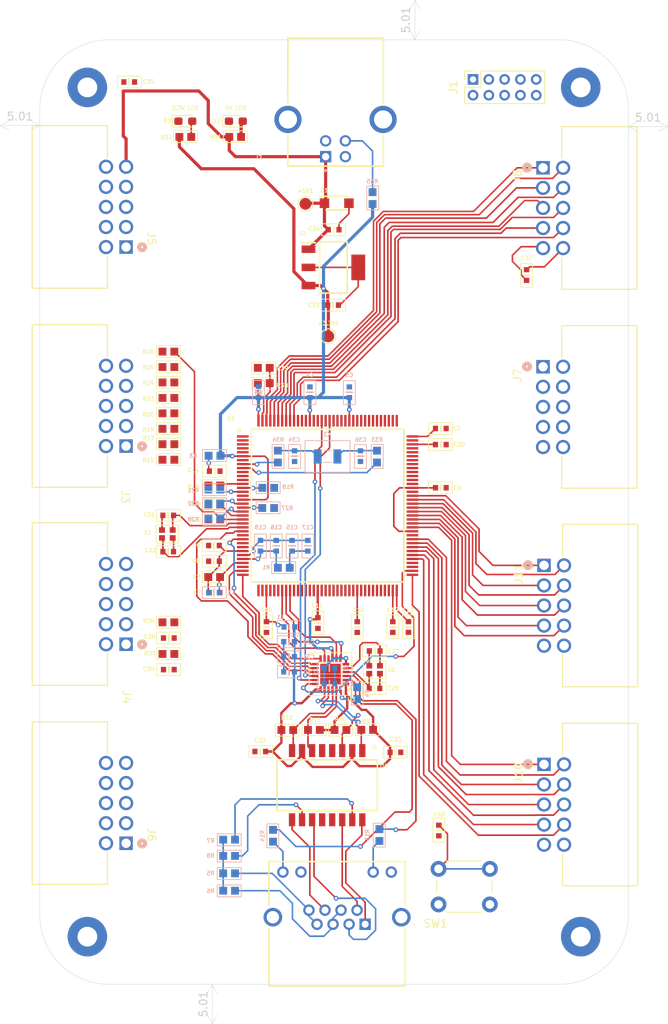
<source format=kicad_pcb>
(kicad_pcb (version 20241229) (generator "pcbnew") (generator_version "9.0")
  (layers (0 "F.Cu" signal) (2 "B.Cu" signal) (13 "F.Paste" user) (15 "B.Paste" user) (5 "F.SilkS" user "F.Silkscreen") (7 "B.SilkS" user "B.Silkscreen") (1 "F.Mask" user) (3 "B.Mask" user) (25 "Edge.Cuts" user))
  (net 0 "")
  (net 1 "VDDA")
  (net 2 "GND")
  (net 3 "VBAT")
  (net 4 "GNDA")
  (net 5 "VREFP")
  (net 6 "VCAP")
  (net 7 "/MCU/PHO-OSC_IN")
  (net 8 "/MCU/PH1-OSC_OUT")
  (net 9 "Net-(U3-VDDCR)")
  (net 10 "Net-(U3-XTAL1{slash}CLKIN)")
  (net 11 "Net-(U3-XTAL2)")
  (net 12 "Net-(U3-VDD1A)")
  (net 13 "Net-(C34-Pad2)")
  (net 14 "Net-(C36-Pad2)")
  (net 15 "Net-(D3-A)")
  (net 16 "Net-(U3-RBIAS)")
  (net 17 "Net-(U4-NC_6)")
  (net 18 "Net-(D2-A)")
  (net 19 "Net-(U4-NC_3)")
  (net 20 "/CONNECTORS/ADC_IN6")
  (net 21 "/MCU/OSC32_OUT")
  (net 23 "/CONNECTORS/ADC_IN2")
  (net 25 "/CONNECTORS/ETH_RMII_RXD1")
  (net 27 "/CONNECTORS/ETH_RMII_RXD0")
  (net 28 "/CONNECTORS/ETH_RMII_MDIO")
  (net 31 "/MCU/OSC32_IN")
  (net 32 "/CONNECTORS/I2C2_SDA")
  (net 33 "/CONNECTORS/PWM11")
  (net 36 "/CONNECTORS/SPI4_NSS")
  (net 38 "/CONNECTORS/ETH_RMII_TXD0")
  (net 39 "/CONNECTORS/ETH_RMII_TXD1")
  (net 40 "/CONNECTORS/DAC1")
  (net 43 "/CONNECTORS/SPI4_MOSI")
  (net 44 "/CONNECTORS/ETH_RMII_TX_EN")
  (net 46 "/CONNECTORS/USB_FS_DP")
  (net 47 "/CONNECTORS/I2C1_SCL")
  (net 48 "/CONNECTORS/ADC_IN7")
  (net 49 "/CONNECTORS/ETH_RMII_CRS_DV")
  (net 51 "/CONNECTORS/PWM1")
  (net 52 "/CONNECTORS/ADC_IN4")
  (net 53 "/CONNECTORS/ADC_IN5")
  (net 57 "/CONNECTORS/PWM2")
  (net 58 "/CONNECTORS/UART1_TX")
  (net 59 "/CONNECTORS/I2C2_SCL")
  (net 60 "/CONNECTORS/UART2_TX")
  (net 61 "/CONNECTORS/ETH_RMII_MDC")
  (net 62 "/CONNECTORS/JTDI")
  (net 68 "/CONNECTORS/ETH_RMII_REF_CLK")
  (net 69 "/CONNECTORS/SPI4_SCK")
  (net 70 "/CONNECTORS/PWM10")
  (net 71 "/CONNECTORS/ADC_IN3")
  (net 72 "/CONNECTORS/UART1_RX")
  (net 73 "/CONNECTORS/I2C1_SDA")
  (net 74 "/CONNECTORS/DAC0")
  (net 75 "/CONNECTORS/PWM3")
  (net 77 "/CONNECTORS/SPI4_MISO")
  (net 78 "/CONNECTORS/PWM0")
  (net 79 "/CONNECTORS/ADC_IN9")
  (net 80 "/CONNECTORS/UART2_RX")
  (net 82 "+5V")
  (net 83 "/CONNECTORS/JTDO")
  (net 84 "/CONNECTORS/~{JTRST}")
  (net 85 "/CONNECTORS/JTMS")
  (net 86 "/CONNECTORS/LED1")
  (net 88 "/CONNECTORS/TD-")
  (net 89 "/CONNECTORS/JTCK")
  (net 90 "/CONNECTORS/RD+")
  (net 92 "/CONNECTORS/LED2")
  (net 93 "/CONNECTORS/TD+")
  (net 94 "/CONNECTORS/RD-")
  (net 95 "/CONNECTORS/ADC_IN8")
  (net 96 "/CONNECTORS/ADC3_1")
  (net 97 "/CONNECTORS/ADC3_7")
  (net 98 "/CONNECTORS/ADC3_2")
  (net 99 "/CONNECTORS/ADC3_4")
  (net 100 "/CONNECTORS/ADC3_8")
  (net 101 "/CONNECTORS/ADC3_5")
  (net 102 "/CONNECTORS/ADC3_3")
  (net 103 "/CONNECTORS/ADC3_6")
  (net 104 "/CONNECTORS/SPI5_SCK")
  (net 105 "/CONNECTORS/SPI5_MOSI")
  (net 106 "/CONNECTORS/SPI5_MISO")
  (net 107 "/CONNECTORS/SPI5_NSS")
  (net 108 "/CONNECTORS/PC2")
  (net 109 "/CONNECTORS/PC1")
  (net 110 "/CONNECTORS/PC6")
  (net 111 "/CONNECTORS/PC5")
  (net 112 "/CONNECTORS/PC0")
  (net 113 "/CONNECTORS/PC7")
  (net 114 "/CONNECTORS/PC3")
  (net 115 "/CONNECTORS/PC4")
  (net 116 "/CONNECTORS/PB4")
  (net 117 "/CONNECTORS/PB3")
  (net 118 "/CONNECTORS/PB0")
  (net 119 "/CONNECTORS/PB6")
  (net 120 "/CONNECTORS/PB7")
  (net 121 "/CONNECTORS/PB1")
  (net 122 "/CONNECTORS/PB5")
  (net 123 "/CONNECTORS/PB2")
  (net 124 "/CONNECTORS/PD2")
  (net 125 "/CONNECTORS/PD7")
  (net 126 "/CONNECTORS/PD1")
  (net 127 "/CONNECTORS/PD0")
  (net 128 "/CONNECTORS/PD5")
  (net 129 "Net-(J9-A_GREEN_2)")
  (net 130 "Net-(J9-Pad4)")
  (net 131 "Net-(J9-A_GREEN_1)")
  (net 132 "Net-(J9-Pad7)")
  (net 137 "/CONNECTORS/PD4")
  (net 138 "/CONNECTORS/PD3")
  (net 139 "/CONNECTORS/PD6")
  (net 140 "/CONNECTORS/PG2")
  (net 141 "/CONNECTORS/PG3")
  (net 142 "/CONNECTORS/PG5")
  (net 143 "/CONNECTORS/PG4")
  (net 144 "/CONNECTORS/PG1")
  (net 145 "/CONNECTORS/PG0")
  (net 146 "/CONNECTORS/PG6")
  (net 147 "/CONNECTORS/PG7")
  (net 156 "/CONNECTORS/USB_FS_DM")
  (net 157 "+3.3V")
  (net 158 "/CONNECTORS/M_DAC1")
  (net 159 "/CONNECTORS/M_DAC0")
  (net 160 "Net-(U1-PDR_ON)")
  (net 161 "/CONNECTORS/TX N")
  (net 162 "/CONNECTORS/RX N")
  (net 163 "/CONNECTORS/TX P")
  (net 164 "/CONNECTORS/RX P")
  (net 165 "/MCU/~{NRST}")
  (footprint "Murata:RESC1608X95N" (layer "F.Cu") (at 81.524735 98.3575)
    (property "Reference" "R36")
    (property "Value" "20k" (hide yes))
  )
  (footprint "Murata:RESC1608X95N" (layer "F.Cu") (at 93.597235 68.095 180)
    (property "Reference" "R38")
    (property "Value" "10k" (hide yes))
  )
  (footprint "Murata:GRM18x" (layer "F.Cu") (at 110.259735 114.7975)
    (property "Reference" "C33")
    (property "Value" "0.1uF" (hide yes))
  )
  (footprint "Murata:RESC1608X95N" (layer "F.Cu") (at 99.937235 111.965)
    (property "Reference" "R11")
    (property "Value" "50E" (hide yes))
  )
  (footprint "Molex:CONN_7024710xx_MOL" (layer "F.Cu") (at 129.064735 91.1475 90)
    (property "Reference" "J11")
    (property "Value" "702471052" (hide yes))
  )
  (footprint "Murata:GRM18x" (layer "F.Cu") (at 76.56 29.99 180)
    (property "Reference" "C35")
    (property "Value" "1uF" (hide yes))
  )
  (footprint "Murata:GRM18x" (layer "F.Cu") (at 116.002235 81.3275)
    (property "Reference" "C6")
    (property "Value" "0.1uF" (hide yes))
  )
  (footprint "Murata:GRM18x" (layer "F.Cu") (at 93.934735 98.9525 -90)
    (property "Reference" "C10")
    (property "Value" "0.1uF" (hide yes))
  )
  (footprint "Molex:CONN_7024710xx_MOL" (layer "F.Cu") (at 128.944735 40.8475 90)
    (property "Reference" "J8")
    (property "Value" "702471052" (hide yes))
  )
  (footprint "Murata:RESC1608X95N" (layer "F.Cu") (at 81.524735 71.915714)
    (property "Reference" "R20")
    (property "Value" "10k" (hide yes))
  )
  (footprint "Murata:GRM18x" (layer "F.Cu") (at 109.924735 98.9525 -90)
    (property "Reference" "C19")
    (property "Value" "2.2uF" (hide yes))
  )
  (footprint "Murata:XRCGB" (layer "F.Cu") (at 107.624735 104.3475)
    (property "Reference" "X2")
    (property "Value" "XRCGB25M000F3A16R0" (hide yes))
  )
  (footprint "Microchip_Technology:QFN50P400X400X100-25N-D" (layer "F.Cu") (at 102.039735 104.8975 180)
    (property "Reference" "U3")
    (property "Value" "LAN8742A-CZ-TR" (hide yes))
  )
  (footprint "Murata:GRM18x" (layer "F.Cu") (at 87.289735 88.6375 180)
    (property "Reference" "C9")
    (property "Value" "0.1uF" (hide yes))
  )
  (footprint "Murata:GRM18x" (layer "F.Cu") (at 105.424735 98.9525 -90)
    (property "Reference" "C12")
    (property "Value" "0.1uF" (hide yes))
  )
  (footprint "Murata:RESC1608X95N" (layer "F.Cu") (at 81.524735 77.7775)
    (property "Reference" "R15")
    (property "Value" "10k" (hide yes))
  )
  (footprint "Molex:CONN_7024710xx_MOL" (layer "F.Cu") (at 76.165335 126.3075 -90)
    (property "Reference" "J6")
    (property "Value" "702471052" (hide yes))
  )
  (footprint "Murata:RESC1608X95N" (layer "F.Cu") (at 96.574735 111.9775 180)
    (property "Reference" "R12")
    (property "Value" "50E" (hide yes))
  )
  (footprint "Murata:GRM18x" (layer "F.Cu") (at 87.364735 94.5975)
    (property "Reference" "C2")
    (property "Value" "0.1uF" (hide yes))
  )
  (footprint "ST:QFP50P2200X2200X160-144N" (layer "F.Cu") (at 101.674735 83.5875)
    (property "Reference" "U1")
    (property "Value" "STM32H753ZIT6" (hide yes))
  )
  (footprint "Murata:RESC1608X95N" (layer "F.Cu") (at 81.524735 64.1)
    (property "Reference" "R26")
    (property "Value" "10k" (hide yes))
  )
  (footprint "Murata:GRM18x" (layer "F.Cu") (at 115.754735 124.6925 -90)
    (property "Reference" "C40")
    (property "Value" "0.1uF" (hide yes))
  )
  (footprint "Murata:GRM18x" (layer "F.Cu") (at 116.002235 73.8275)
    (property "Reference" "C7")
    (property "Value" "0.1uF" (hide yes))
  )
  (footprint "MountingHole:MountingHole_2.5mm_Pad_TopBottom" (layer "F.Cu") (at 133.715 30.675)
    (property "Reference" "REF**" (hide yes))
    (property "Value" "MountingHole_2.5mm_Pad_TopBottom" (hide yes))
  )
  (footprint "TestPoint:TestPoint_Pad_D1.5mm" (layer "F.Cu") (at 98.864735 45.4075)
    (property "Reference" "+5V1")
    (property "Value" "TestPoint" (hide yes))
  )
  (footprint "Murata:RESC1608X95N" (layer "F.Cu") (at 81.524735 69.961786)
    (property "Reference" "R23")
    (property "Value" "10k" (hide yes))
  )
  (footprint "Molex:CONN_7024710xx_MOL" (layer "F.Cu") (at 76.165335 50.8755 -90)
    (property "Reference" "J5")
    (property "Value" "702471052" (hide yes))
  )
  (footprint "Molex:CONN_7024710xx_MOL" (layer "F.Cu") (at 129.064735 116.3275 90)
    (property "Reference" "J10")
    (property "Value" "702471052" (hide yes))
  )
  (footprint "Murata:GRM18x" (layer "F.Cu") (at 81.499735 84.8175 180)
    (property "Reference" "C21")
    (property "Value" "5.6pF" (hide yes))
  )
  (footprint "Murata:GRM18x" (layer "F.Cu") (at 102.442235 48.6775)
    (property "Reference" "C24")
    (property "Value" "5.6pF" (hide yes))
  )
  (footprint "MountingHole:MountingHole_2.5mm_Pad_TopBottom" (layer "F.Cu") (at 133.715 138.125)
    (property "Reference" "REF**" (hide yes))
    (property "Value" "MountingHole_2.5mm_Pad_TopBottom" (hide yes))
  )
  (footprint "Murata:GRM18x" (layer "F.Cu") (at 126.864735 54.4175 90)
    (property "Reference" "C37")
    (property "Value" "1uF" (hide yes))
  )
  (footprint "Murata:GRM18x" (layer "F.Cu") (at 107.609735 106.7175)
    (property "Reference" "C28")
    (property "Value" "5.6pF" (hide yes))
  )
  (footprint "Murata:RESC1608X95N" (layer "F.Cu") (at 81.524735 75.823571)
    (property "Reference" "R17")
    (property "Value" "10k" (hide yes))
  )
  (footprint "Button_Switch_THT:SW_PUSH_6mm_H4.3mm" (layer "F.Cu") (at 115.714735 129.5475)
    (property "Reference" "SW1")
    (property "Value" "SW_Push" (hide yes))
  )
  (footprint "Little_Fuse:SODFL3618X110N" (layer "F.Cu") (at 102.824735 45.3275)
    (property "Reference" "D1")
    (property "Value" "SMF5.0A" (hide yes))
  )
  (footprint "MountingHole:MountingHole_2.5mm_Pad_TopBottom" (layer "F.Cu") (at 71.265 138.125)
    (property "Reference" "REF**" (hide yes))
    (property "Value" "MountingHole_2.5mm_Pad_TopBottom" (hide yes))
  )
  (footprint "Murata:RESC1608X95N" (layer "F.Cu") (at 89.974735 36.9375)
    (property "Reference" "R31")
    (property "Value" "1k" (hide yes))
  )
  (footprint "Murata:RESC1608X95N" (layer "F.Cu") (at 87.334735 81.0475)
    (property "Reference" "R16")
    (property "Value" "20k" (hide yes))
  )
  (footprint "Microchip_Technology:SOT230P700X180-4N" (layer "F.Cu") (at 102.404735 53.4475)
    (property "Reference" "U2")
    (property "Value" "MIC37100-3.3WS" (hide yes))
  )
  (footprint "Murata:XRCGB" (layer "F.Cu") (at 81.387235 87.1775 180)
    (property "Reference" "X1")
    (property "Value" "XRCGB25M000F3A16R0" (hide yes))
  )
  (footprint "Murata:RESC1608X95N" (layer "F.Cu") (at 87.334735 85.3175)
    (property "Reference" "R30")
    (property "Value" "20k" (hide yes))
  )
  (footprint "LED_SMD:LED_0603_1608Metric_Pad1.05x0.95mm_HandSolder" (layer "F.Cu") (at 83.664735 34.9475)
    (property "Reference" "D3")
    (property "Value" "LED" (hide yes))
  )
  (footprint "Murata:RESC1608X95N" (layer "F.Cu") (at 83.662235 36.9375)
    (property "Reference" "R32")
    (property "Value" "220E" (hide yes))
  )
  (footprint "Murata:RESC1608X95N" (layer "F.Cu") (at 81.524735 102.3525)
    (property "Reference" "R37")
    (property "Value" "20k" (hide yes))
  )
  (footprint "Molex:CONN_7024710xx_MOL" (layer "F.Cu") (at 76.165335 76.0555 -90)
    (property "Reference" "J3")
    (property "Value" "702471052" (hide yes))
  )
  (footprint "Murata:RESC1608X95N" (layer "F.Cu") (at 81.524735 73.869643)
    (property "Reference" "R19")
    (property "Value" "10k" (hide yes))
  )
  (footprint "TestPoint:TestPoint_Pad_D1.5mm" (layer "F.Cu") (at 101.764735 62.1675)
    (property "Reference" "+3.3V1")
    (property "Value" "TestPoint" (hide yes))
  )
  (footprint "GCT:USB1030GFPBB" (layer "F.Cu") (at 101.424735 39.4375 180)
    (property "Reference" "J2")
    (property "Value" "USB1030-GF-P-B-B" (hide yes))
  )
  (footprint "Murata:GRM18x" (layer "F.Cu") (at 81.499735 89.4175 180)
    (property "Reference" "C22")
    (property "Value" "5.6pF" (hide yes))
  )
  (footprint "Molex:CONN_7024710xx_MOL" (layer "F.Cu") (at 128.944735 66.0175 90)
    (property "Reference" "J7")
    (property "Value" "702471052" (hide yes))
  )
  (footprint "Murata:GRM18x" (layer "F.Cu") (at 93.149735 114.6975 180)
    (property "Reference" "C32")
    (property "Value" "0.1uF" (hide yes))
  )
  (footprint "Murata:RESC1608X95N" (layer "F.Cu") (at 81.524735 68.007857)
    (property "Reference" "R24")
    (property "Value" "10k" (hide yes))
  )
  (footprint "Murata:GRM18x" (layer "F.Cu") (at 87.289735 90.624167 180)
    (property "Reference" "C8")
    (property "Value" "0.1uF" (hide yes))
  )
  (footprint "Murata:RESC1608X95N" (layer "F.Cu") (at 103.299735 111.9775 180)
    (property "Reference" "R10")
    (property "Value" "50E" (hide yes))
  )
  (footprint "Murata:GRM18x" (layer "F.Cu") (at 102.367235 58.2175 180)
    (property "Reference" "C23")
    (property "Value" "5.6pF" (hide yes))
  )
  (footprint "Murata:GRM18x" (layer "F.Cu") (at 81.574735 100.3425)
    (property "Reference" "C38")
    (property "Value" "1uF" (hide yes))
  )
  (footprint "Molex:CONN_7024710xx_MOL" (layer "F.Cu") (at 76.165335 101.1275 -90)
    (property "Reference" "J4")
    (property "Value" "702471052" (hide yes))
  )
  (footprint "LED_SMD:LED_0603_1608Metric_Pad1.05x0.95mm_HandSolder" (layer "F.Cu") (at 90.059735 34.9475)
    (property "Reference" "D2")
    (property "Value" "LED" (hide yes))
  )
  (footprint "Pulse_Electronics:SOIC127P940X597-16N" (layer "F.Cu") (at 101.619735 118.9595 -90)
    (property "Reference" "U4")
    (property "Value" "H1102NL" (hide yes))
  )
  (footprint "Murata:GRM18x" (layer "F.Cu") (at 111.904735 98.945 -90)
    (property "Reference" "C13")
    (property "Value" "4.7uF" (hide yes))
  )
  (footprint "TE_Connectivity:14065075" (layer "F.Cu") (at 106.424235 136.5525)
    (property "Reference" "J9" (hide yes))
    (property "Value" "1-406507-5" (hide yes))
  )
  (footprint "Murata:RESC1608X95N" (layer "F.Cu") (at 87.334735 83.4375)
    (property "Reference" "R29")
    (property "Value" "20k" (hide yes))
  )
  (footprint "Murata:GRM18x" (layer "F.Cu") (at 100.444735 98.445 -90)
    (property "Reference" "C11")
    (property "Value" "0.1uF" (hide yes))
  )
  (footprint "Murata:RESC1608X95N" (layer "F.Cu") (at 106.687235 111.9525)
    (property "Reference" "R9")
    (property "Value" "50E" (hide yes))
  )
  (footprint "Connector_PinSocket_2.00mm:PinSocket_2x05_P2.00mm_Vertical" (layer "F.Cu") (at 120.08 29.66 90)
    (property "Reference" "J1")
    (property "Value" "Conn_02x05_Odd_Even" (hide yes))
  )
  (footprint "Murata:RESC1608X95N" (layer "F.Cu") (at 93.597235 66.155 180)
    (property "Reference" "R39")
    (property "Value" "10k" (hide yes))
  )
  (footprint "Murata:RESC1608X95N" (layer "F.Cu") (at 87.314735 92.623333)
    (property "Reference" "R2")
    (property "Value" "0E" (hide yes))
  )
  (footprint "Murata:GRM18x" (layer "F.Cu") (at 107.637235 101.9775)
    (property "Reference" "C27")
    (property "Value" "5.6pF" (hide yes))
  )
  (footprint "Murata:GRM18x" (layer "F.Cu") (at 116.002235 75.8675)
    (property "Reference" "C20")
    (property "Value" "2.2uF" (hide yes))
  )
  (footprint "Murata:GRM18x" (layer "F.Cu") (at 87.384735 79.2275)
    (property "Reference" "C14")
    (property "Value" "1uF" (hide yes))
  )
  (footprint "MountingHole:MountingHole_2.5mm_Pad_TopBottom" (layer "F.Cu") (at 71.265 30.675)
    (property "Reference" "REF**" (hide yes))
    (property "Value" "MountingHole_2.5mm_Pad_TopBottom" (hide yes))
  )
  (footprint "Murata:RESC1608X95N" (layer "F.Cu") (at 81.524735 66.053929)
    (property "Reference" "R25")
    (property "Value" "10k" (hide yes))
  )
  (footprint "Murata:GRM18x" (layer "F.Cu") (at 81.574735 104.3375)
    (property "Reference" "C39")
    (property "Value" "1uF" (hide yes))
  )
  (footprint "Murata:GRM18x" (layer "B.Cu") (at 96.798068 100.8075 180)
    (property "Reference" "C29")
    (property "Value" "10uF" (hide yes))
  )
  (footprint "Murata:GRM18x" (layer "B.Cu") (at 97.174735 88.6625 90)
    (property "Reference" "C15")
    (property "Value" "1uF" (hide yes))
  )
  (footprint "Murata:GRM18x" (layer "B.Cu") (at 93.174735 88.6625 90)
    (property "Reference" "C18")
    (property "Value" "0.1uF" (hide yes))
  )
  (footprint "Murata:RESC1608X95N" (layer "B.Cu") (at 94.154735 83.8875 180)
    (property "Reference" "R27")
    (property "Value" "20k" (hide yes))
  )
  (footprint "Murata:RESC1608X95N" (layer "B.Cu") (at 96.127235 91.45 180)
    (property "Reference" "R1")
    (property "Value" "0E" (hide yes))
  )
  (footprint "Murata:RESC1608X95N" (layer "B.Cu") (at 89.204735 132.3075)
    (property "Reference" "R6")
    (property "Value" "80E" (hide yes))
  )
  (footprint "Murata:GRM18x" (layer "B.Cu") (at 95.174735 88.6625 90)
    (property "Reference" "C16")
    (property "Value" "1uF" (hide yes))
  )
  (footprint "Murata:GRM18x" (layer "B.Cu") (at 92.924735 69.2425 90)
    (property "Reference" "C3")
    (property "Value" "0.1uF" (hide yes))
  )
  (footprint "Murata:GRM18x" (layer "B.Cu") (at 99.434735 69.2425 90)
    (property "Reference" "C4")
    (property "Value" "0.1uF" (hide yes))
  )
  (footprint "Murata:RESC1608X95N" (layer "B.Cu") (at 107.927235 77.38 90)
    (property "Reference" "R33")
    (property "Value" "0E" (hide yes))
  )
  (footprint "Murata:RESC1608X95N" (layer "B.Cu") (at 94.764735 125.3575 -90)
    (property "Reference" "R14")
    (property "Value" "220E" (hide yes))
  )
  (footprint "Murata:GRM18x" (layer "B.Cu") (at 105.833485 77.33 90)
    (property "Reference" "C36")
    (property "Value" "5.1pF" (hide yes))
  )
  (footprint "Murata:GRM18x" (layer "B.Cu") (at 96.798068 102.71 180)
    (property "Reference" "C31")
    (property "Value" "0.1uF" (hide yes))
  )
  (footprint "Murata:BLM18SP221SN1B" (layer "B.Cu") (at 96.835568 98.9375 180)
    (property "Reference" "L1")
    (property "Value" "600R@100MHz" (hide yes))
  )
  (footprint "Murata:GRM18x" (layer "B.Cu") (at 96.798068 104.6125 180)
    (property "Reference" "C30")
    (property "Value" "0.1uF" (hide yes))
  )
  (footprint "Murata:RESC1608X95N" (layer "B.Cu") (at 95.377235 77.38 90)
    (property "Reference" "R34")
    (property "Value" "0E" (hide yes))
  )
  (footprint "Murata:RESC1608X95N" (layer "B.Cu") (at 87.334735 85.2175)
    (property "Reference" "R28")
    (property "Value" "20k" (hide yes))
  )
  (footprint "Murata:GRM18x" (layer "B.Cu") (at 97.495985 77.33 90)
    (property "Reference" "C34")
    (property "Value" "5.1pF" (hide yes))
  )
  (footprint "Murata:RESC1608X95N" (layer "B.Cu") (at 105.409735 107.3075 90)
    (property "Reference" "R4")
    (property "Value" "12K" (hide yes))
  )
  (footprint "Murata:RESC1608X95N" (layer "B.Cu") (at 107.364735 44.6775 90)
    (property "Reference" "R35")
    (property "Value" "1.5k" (hide yes))
  )
  (footprint "Murata:GRM18x" (layer "B.Cu") (at 99.174735 88.6625 90)
    (property "Reference" "C17")
    (property "Value" "0.1uF" (hide yes))
  )
  (footprint "Murata:GRM18x" (layer "B.Cu") (at 101.909735 106.0925)
    (property "Reference" "C25")
    (property "Value" "470pF" (hide yes))
  )
  (footprint "Murata:RESC1608X95N" (layer "B.Cu") (at 89.204735 127.9075)
    (property "Reference" "R8")
    (property "Value" "80E" (hide yes))
  )
  (footprint "Murata:RESC1608X95N" (layer "B.Cu") (at 108.234735 125.2675 -90)
    (property "Reference" "R13")
    (property "Value" "220E" (hide yes))
  )
  (footprint "Micro_crystal:CM7V32768TBQA020" (layer "B.Cu") (at 101.664735 77.3675 180)
    (property "Reference" "X3")
    (property "Value" "CM7V-T1A-32.768KHZ-7PF-20PPM-TA-QC" (hide yes))
  )
  (footprint "Murata:RESC1608X95N" (layer "B.Cu") (at 89.204735 130.115)
    (property "Reference" "R5")
    (property "Value" "80E" (hide yes))
  )
  (footprint "Murata:GRM18x" (layer "B.Cu") (at 104.424735 69.2425 90)
    (property "Reference" "C5")
    (property "Value" "0.1uF" (hide yes))
  )
  (footprint "Murata:GRM18x" (layer "B.Cu") (at 87.289735 94.5875 180)
    (property "Reference" "C1")
    (property "Value" "0.1uF" (hide yes))
  )
  (footprint "Murata:RESC1608X95N" (layer "B.Cu") (at 89.204735 125.8475)
    (property "Reference" "R7")
    (property "Value" "80E" (hide yes))
  )
  (footprint "Murata:GRM18x" (layer "B.Cu") (at 101.899735 104.1375)
    (property "Reference" "C26")
    (property "Value" "1uF" (hide yes))
  )
  (footprint "Murata:RESC1608X95N" (layer "B.Cu") (at 94.164735 81.3375 180)
    (property "Reference" "R18")
    (property "Value" "20k" (hide yes))
  )
  (footprint "Murata:RESC1608X95N" (layer "B.Cu") (at 87.334735 83.3175)
    (property "Reference" "R22")
    (property "Value" "20k" (hide yes))
  )
  (footprint "Murata:RESC1608X95N" (layer "B.Cu") (at 87.334735 81.5475)
    (property "Reference" "R21")
    (property "Value" "20k" (hide yes))
  )
  (footprint "Murata:RESC1608X95N" (layer "B.Cu") (at 87.359735 77.2775 180)
    (property "Reference" "R3")
    (property "Value" "0E" (hide yes))
  )
  (gr_line (start 139.74 135.38) (end 139.74 33.22) (stroke (width 0.05)) (layer "Edge.Cuts"))
  (gr_arc (start 139.74 135.38) (mid 137.25204 141.521129) (end 131.16993 144.150072) (stroke (width 0.05)) (layer "Edge.Cuts"))
  (gr_arc (start 65.240071 33.42) (mid 67.72801 27.278921) (end 73.810071 24.65) (stroke (width 0.05)) (layer "Edge.Cuts"))
  (gr_arc (start 130.97 24.65) (mid 137.111064 27.13795) (end 139.74 33.22) (stroke (width 0.05)) (layer "Edge.Cuts"))
  (gr_line (start 65.240071 33.42) (end 65.24 135.580163) (stroke (width 0.05)) (layer "Edge.Cuts"))
  (gr_line (start 130.97 24.65) (end 73.810071 24.65) (stroke (width 0.05)) (layer "Edge.Cuts"))
  (gr_line (start 74.01 144.149928) (end 131.17385 144.149929) (stroke (width 0.05)) (layer "Edge.Cuts"))
  (gr_arc (start 74.01 144.149929) (mid 67.868921 141.66199) (end 65.24 135.579929) (stroke (width 0.05)) (layer "Edge.Cuts"))
  (gr_text "3.3V LED" (at 81.904735 33.5575 0) (layer "F.SilkS") (effects (font (size 0.5 0.5) (thickness 0.1)) (justify left bottom)))
  (gr_text "5V LED" (at 88.664735 33.5575 0) (layer "F.SilkS") (effects (font (size 0.5 0.5) (thickness 0.1)) (justify left bottom)))
  (dimension (type orthogonal) (layer "Edge.Cuts") (pts (xy 60.23 35.4925) (xy 65.24 35.63)) (height 0) (orientation 0) (format (prefix "") (suffix "") (units 3) (units_format 0) (precision 4) (suppress_zeroes yes)) (style (thickness 0.05) (arrow_length 1.27) (text_position_mode 0) (arrow_direction outward) (extension_height 0.58642) (extension_offset 0.5) (keep_text_aligned yes)) (gr_text "5.01" (at 62.735 34.3425 0) (layer "Edge.Cuts") (effects (font (size 1 1) (thickness 0.15)))))
  (dimension (type orthogonal) (layer "Edge.Cuts") (pts (xy 112.7375 19.64) (xy 112.6 24.65)) (height 0) (orientation 1) (format (prefix "") (suffix "") (units 3) (units_format 0) (precision 4) (suppress_zeroes yes)) (style (thickness 0.05) (arrow_length 1.27) (text_position_mode 0) (arrow_direction outward) (extension_height 0.58642) (extension_offset 0.5) (keep_text_aligned yes)) (gr_text "5.01" (at 111.5875 22.145 90) (layer "Edge.Cuts") (effects (font (size 1 1) (thickness 0.15)))))
  (dimension (type orthogonal) (layer "Edge.Cuts") (pts (xy 139.74 35.63) (xy 144.75 35.7675)) (height 0) (orientation 0) (format (prefix "") (suffix "") (units 3) (units_format 0) (precision 4) (suppress_zeroes yes)) (style (thickness 0.05) (arrow_length 1.27) (text_position_mode 0) (arrow_direction outward) (extension_height 0.58642) (extension_offset 0.5) (keep_text_aligned yes)) (gr_text "5.01" (at 142.245 34.48 0) (layer "Edge.Cuts") (effects (font (size 1 1) (thickness 0.15)))))
  (dimension (type orthogonal) (layer "Edge.Cuts") (pts (xy 87.0925 149.16) (xy 87.23 144.15)) (height 0) (orientation 1) (format (prefix "") (suffix "") (units 3) (units_format 0) (precision 4) (suppress_zeroes yes)) (style (thickness 0.05) (arrow_length 1.27) (text_position_mode 0) (arrow_direction outward) (extension_height 0.58642) (extension_offset 0.5) (keep_text_aligned yes)) (gr_text "5.01" (at 85.9425 146.655 90) (layer "Edge.Cuts") (effects (font (size 1 1) (thickness 0.15)))))
  (segment (start 87.954735 93.5975) (end 87.954735 92.733333) (width 0.2) (layer "F.Cu") (net 1))
  (segment (start 89.850568 90.8375) (end 88.064735 92.623333) (width 0.2) (layer "F.Cu") (net 1))
  (segment (start 90.936735 90.8375) (end 89.850568 90.8375) (width 0.2) (layer "F.Cu") (net 1))
  (segment (start 87.954735 92.733333) (end 88.064735 92.623333) (width 0.2) (layer "F.Cu") (net 1))
  (via (at 87.954735 93.5975) (size 0.6) (drill 0.3) (layers "F.Cu" "B.Cu") (net 1))
  (segment (start 87.964735 94.5875) (end 87.964735 93.6075) (width 0.2) (layer "B.Cu") (net 1))
  (segment (start 96.877235 89.635) (end 97.174735 89.3375) (width 0.2) (layer "B.Cu") (net 1))
  (segment (start 96.877235 91.45) (end 96.877235 89.635) (width 0.2) (layer "B.Cu") (net 1))
  (segment (start 87.964735 93.6075) (end 87.954735 93.5975) (width 0.2) (layer "B.Cu") (net 1))
  (segment (start 97.174735 89.3375) (end 99.174735 89.3375) (width 0.2) (layer "B.Cu") (net 1))
  (segment (start 103.263735 104.8975) (end 103.263735 106.1215) (width 0.2) (layer "F.Cu") (net 2))
  (segment (start 127.229735 53.3775) (end 126.864735 53.7425) (width 0.2) (layer "F.Cu") (net 2))
  (segment (start 103.117235 47.905) (end 104.374735 46.6475) (width 0.2) (layer "F.Cu") (net 2))
  (segment (start 102.039735 104.8975) (end 103.263735 104.8975) (width 0.2) (layer "F.Cu") (net 2))
  (segment (start 82.174735 87.79) (end 82.062235 87.6775) (width 0.2) (layer "F.Cu") (net 2))
  (segment (start 104.374735 46.6475) (end 104.374735 45.3275) (width 0.2) (layer "F.Cu") (net 2))
  (segment (start 82.174735 89.4175) (end 82.174735 87.79) (width 0.2) (layer "F.Cu") (net 2))
  (segment (start 99.254735 53.4475) (end 105.554735 53.4475) (width 0.2) (layer "F.Cu") (net 2))
  (segment (start 106.949735 101.99) (end 106.962235 101.9775) (width 0.2) (layer "F.Cu") (net 2))
  (segment (start 131.484735 51.0075) (end 129.114735 53.3775) (width 0.2) (layer "F.Cu") (net 2))
  (segment (start 105.554735 55.8775) (end 105.554735 53.4475) (width 0.2) (layer "F.Cu") (net 2))
  (segment (start 129.114735 53.3775) (end 127.229735 53.3775) (width 0.2) (layer "F.Cu") (net 2))
  (segment (start 103.214735 58.2175) (end 105.554735 55.8775) (width 0.2) (layer "F.Cu") (net 2))
  (segment (start 80.712235 84.93) (end 80.824735 84.8175) (width 0.2) (layer "F.Cu") (net 2))
  (segment (start 103.042235 58.2175) (end 103.214735 58.2175) (width 0.2) (layer "F.Cu") (net 2))
  (segment (start 108.284735 104.8625) (end 108.299735 104.8475) (width 0.2) (layer "F.Cu") (net 2))
  (segment (start 101.789735 102.9475) (end 101.789735 104.6475) (width 0.2) (layer "F.Cu") (net 2))
  (segment (start 108.284735 106.7175) (end 108.284735 104.8625) (width 0.2) (layer "F.Cu") (net 2))
  (segment (start 80.712235 86.6775) (end 80.712235 84.93) (width 0.2) (layer "F.Cu") (net 2))
  (segment (start 101.789735 104.6475) (end 102.039735 104.8975) (width 0.2) (layer "F.Cu") (net 2))
  (segment (start 106.949735 103.8475) (end 106.949735 101.99) (width 0.2) (layer "F.Cu") (net 2))
  (segment (start 103.117235 48.6775) (end 103.117235 47.905) (width 0.2) (layer "F.Cu") (net 2))
  (segment (start 96.123068 100.8075) (end 96.123068 104.6125) (width 0.2) (layer "B.Cu") (net 2))
  (segment (start 102.584735 106.0925) (end 102.584735 104.1475) (width 0.2) (layer "B.Cu") (net 2))
  (segment (start 88.454735 132.3075) (end 88.454735 125.8475) (width 0.2) (layer "B.Cu") (net 2))
  (segment (start 102.584735 104.1475) (end 102.574735 104.1375) (width 0.2) (layer "B.Cu") (net 2))
  (segment (start 86.624735 79.1425) (end 86.709735 79.2275) (width 0.2) (layer "F.Cu") (net 3))
  (segment (start 86.624735 78.1975) (end 86.624735 79.1425) (width 0.2) (layer "F.Cu") (net 3))
  (via (at 86.624735 78.1975) (size 0.6) (drill 0.3) (layers "F.Cu" "B.Cu") (net 3))
  (segment (start 86.609735 77.2775) (end 86.609735 78.1825) (width 0.2) (layer "B.Cu") (net 3))
  (segment (start 86.609735 78.1825) (end 86.624735 78.1975) (width 0.2) (layer "B.Cu") (net 3))
  (segment (start 90.936735 89.8375) (end 91.774735 89.8375) (width 0.2) (layer "F.Cu") (net 4))
  (segment (start 91.774735 89.8375) (end 92.264735 89.3475) (width 0.2) (layer "F.Cu") (net 4))
  (via (at 92.264735 89.3475) (size 0.6) (drill 0.3) (layers "F.Cu" "B.Cu") (net 4))
  (segment (start 97.174735 87.9875) (end 99.174735 87.9875) (width 0.2) (layer "B.Cu") (net 4))
  (segment (start 95.174735 87.9875) (end 97.174735 87.9875) (width 0.2) (layer "B.Cu") (net 4))
  (segment (start 92.264735 89.3475) (end 92.264735 88.8975) (width 0.2) (layer "B.Cu") (net 4))
  (segment (start 92.264735 88.8975) (end 93.174735 87.9875) (width 0.2) (layer "B.Cu") (net 4))
  (segment (start 93.174735 87.9875) (end 95.174735 87.9875) (width 0.2) (layer "B.Cu") (net 4))
  (segment (start 90.936735 90.3375) (end 92.844735 90.3375) (width 0.2) (layer "F.Cu") (net 5))
  (via (at 92.844735 90.3375) (size 0.6) (drill 0.3) (layers "F.Cu" "B.Cu") (net 5))
  (segment (start 93.174735 89.3375) (end 95.174735 89.3375) (width 0.2) (layer "B.Cu") (net 5))
  (segment (start 92.844735 90.3375) (end 93.174735 90.0075) (width 0.2) (layer "B.Cu") (net 5))
  (segment (start 95.174735 91.2475) (end 95.377235 91.45) (width 0.2) (layer "B.Cu") (net 5))
  (segment (start 93.174735 90.0075) (end 93.174735 89.3375) (width 0.2) (layer "B.Cu") (net 5))
  (segment (start 95.174735 89.3375) (end 95.174735 91.2475) (width 0.2) (layer "B.Cu") (net 5))
  (segment (start 115.297235 75.8375) (end 115.327235 75.8675) (width 0.2) (layer "F.Cu") (net 6))
  (segment (start 109.924735 94.3255) (end 109.924735 98.2775) (width 0.2) (layer "F.Cu") (net 6))
  (segment (start 112.412735 75.8375) (end 115.297235 75.8375) (width 0.2) (layer "F.Cu") (net 6))
  (segment (start 82.062235 84.93) (end 82.174735 84.8175) (width 0.2) (layer "F.Cu") (net 7))
  (segment (start 82.062235 86.6775) (end 82.062235 84.93) (width 0.2) (layer "F.Cu") (net 7))
  (segment (start 82.174735 84.8175) (end 82.954735 84.8175) (width 0.2) (layer "F.Cu") (net 7))
  (segment (start 89.166735 85.8375) (end 90.936735 85.8375) (width 0.2) (layer "F.Cu") (net 7))
  (segment (start 88.885735 86.1185) (end 89.166735 85.8375) (width 0.2) (layer "F.Cu") (net 7))
  (segment (start 84.255735 86.1185) (end 88.885735 86.1185) (width 0.2) (layer "F.Cu") (net 7))
  (segment (start 82.954735 84.8175) (end 84.255735 86.1185) (width 0.2) (layer "F.Cu") (net 7))
  (segment (start 90.936735 86.3375) (end 89.233835 86.3375) (width 0.2) (layer "F.Cu") (net 8))
  (segment (start 86.349735 86.5195) (end 82.800735 90.0685) (width 0.2) (layer "F.Cu") (net 8))
  (segment (start 89.051835 86.5195) (end 86.349735 86.5195) (width 0.2) (layer "F.Cu") (net 8))
  (segment (start 82.800735 90.0685) (end 81.548735 90.0685) (width 0.2) (layer "F.Cu") (net 8))
  (segment (start 80.824735 89.3445) (end 80.824735 87.79) (width 0.2) (layer "F.Cu") (net 8))
  (segment (start 89.233835 86.3375) (end 89.051835 86.5195) (width 0.2) (layer "F.Cu") (net 8))
  (segment (start 80.824735 89.4175) (end 80.824735 87.79) (width 0.2) (layer "F.Cu") (net 8))
  (segment (start 81.548735 90.0685) (end 80.824735 89.3445) (width 0.2) (layer "F.Cu") (net 8))
  (segment (start 80.824735 87.79) (end 80.712235 87.6775) (width 0.2) (layer "F.Cu") (net 8))
  (segment (start 103.999735 102.8975) (end 103.999735 103.6375) (width 0.3) (layer "F.Cu") (net 9))
  (segment (start 103.999735 103.6375) (end 103.989735 103.6475) (width 0.2) (layer "F.Cu") (net 9))
  (via (at 103.999735 102.8975) (size 0.6) (drill 0.3) (layers "F.Cu" "B.Cu") (net 9))
  (segment (start 101.234735 106.0925) (end 101.234735 104.1475) (width 0.3) (layer "B.Cu") (net 9))
  (segment (start 102.464735 102.8975) (end 103.999735 102.8975) (width 0.3) (layer "B.Cu") (net 9))
  (segment (start 101.224735 104.1375) (end 102.464735 102.8975) (width 0.3) (layer "B.Cu") (net 9))
  (segment (start 101.234735 104.1475) (end 101.224735 104.1375) (width 0.3) (layer "B.Cu") (net 9))
  (segment (start 108.064735 103.97) (end 108.077235 103.9575) (width 0.2) (layer "F.Cu") (net 10))
  (segment (start 105.749735 103.0645) (end 105.749735 101.3175) (width 0.2) (layer "F.Cu") (net 10))
  (segment (start 106.139735 100.9275) (end 107.869735 100.9275) (width 0.2) (layer "F.Cu") (net 10))
  (segment (start 104.666735 104.1475) (end 105.749735 103.0645) (width 0.2) (layer "F.Cu") (net 10))
  (segment (start 108.299735 103.8475) (end 108.299735 101.99) (width 0.2) (layer "F.Cu") (net 10))
  (segment (start 108.312235 101.37) (end 108.312235 101.9775) (width 0.2) (layer "F.Cu") (net 10))
  (segment (start 107.869735 100.9275) (end 108.312235 101.37) (width 0.2) (layer "F.Cu") (net 10))
  (segment (start 103.989735 104.1475) (end 104.666735 104.1475) (width 0.2) (layer "F.Cu") (net 10))
  (segment (start 105.749735 101.3175) (end 106.139735 100.9275) (width 0.2) (layer "F.Cu") (net 10))
  (segment (start 106.934735 104.8625) (end 106.949735 104.8475) (width 0.2) (layer "F.Cu") (net 11))
  (segment (start 105.109735 104.6475) (end 106.934735 106.4725) (width 0.2) (layer "F.Cu") (net 11))
  (segment (start 106.934735 106.7175) (end 106.934735 104.8625) (width 0.2) (layer "F.Cu") (net 11))
  (segment (start 103.989735 104.6475) (end 105.109735 104.6475) (width 0.2) (layer "F.Cu") (net 11))
  (segment (start 106.934735 106.4725) (end 106.934735 106.7175) (width 0.2) (layer "F.Cu") (net 11))
  (segment (start 103.634735 116.6475) (end 104.794735 115.4875) (width 0.3) (layer "F.Cu") (net 12))
  (segment (start 104.794735 114.5815) (end 104.794735 115.6375) (width 0.3) (layer "F.Cu") (net 12))
  (segment (start 98.444735 115.1575) (end 98.444735 114.5815) (width 0.3) (layer "F.Cu") (net 12))
  (segment (start 99.764735 116.6475) (end 103.634735 116.6475) (width 0.3) (layer "F.Cu") (net 12))
  (segment (start 104.794735 115.6375) (end 105.714735 116.5575) (width 0.3) (layer "F.Cu") (net 12))
  (segment (start 95.824735 113.5575) (end 95.824735 111.9775) (width 0.3) (layer "F.Cu") (net 12))
  (segment (start 93.824735 114.6975) (end 94.684735 114.6975) (width 0.3) (layer "F.Cu") (net 12))
  (segment (start 100.699735 111.9775) (end 100.687235 111.965) (width 0.3) (layer "F.Cu") (net 12))
  (segment (start 102.549735 111.9775) (end 102.549735 110.8725) (width 0.3) (layer "F.Cu") (net 12))
  (segment (start 102.549735 110.8725) (end 104.155735 109.2665) (width 0.3) (layer "F.Cu") (net 12))
  (segment (start 105.965389 109.4275) (end 103.989735 107.451846) (width 0.3) (layer "F.Cu") (net 12))
  (segment (start 104.155735 109.2665) (end 104.155735 107.617846) (width 0.3) (layer "F.Cu") (net 12))
  (segment (start 97.509735 108.5925) (end 97.504735 108.5875) (width 0.3) (layer "F.Cu") (net 12))
  (segment (start 98.444735 114.5815) (end 98.444735 115.3275) (width 0.3) (layer "F.Cu") (net 12))
  (segment (start 106.534735 109.4275) (end 105.965389 109.4275) (width 0.3) (layer "F.Cu") (net 12))
  (segment (start 97.064735 116.5375) (end 98.444735 115.1575) (width 0.3) (layer "F.Cu") (net 12))
  (segment (start 108.664735 116.5575) (end 109.584735 115.6375) (width 0.3) (layer "F.Cu") (net 12))
  (segment (start 97.504735 108.5875) (end 98.404735 108.5875) (width 0.3) (layer "F.Cu") (net 12))
  (segment (start 93.824735 114.6975) (end 94.734735 114.6975) (width 0.3) (layer "F.Cu") (net 12))
  (segment (start 102.549735 111.9775) (end 100.699735 111.9775) (width 0.3) (layer "F.Cu") (net 12))
  (segment (start 105.714735 116.5575) (end 108.664735 116.5575) (width 0.3) (layer "F.Cu") (net 12))
  (segment (start 95.824735 111.9775) (end 95.824735 109.8075) (width 0.3) (layer "F.Cu") (net 12))
  (segment (start 104.794735 115.4875) (end 104.794735 114.5815) (width 0.3) (layer "F.Cu") (net 12))
  (segment (start 107.437235 111.9525) (end 107.437235 110.33) (width 0.3) (layer "F.Cu") (net 12))
  (segment (start 104.155735 107.617846) (end 104.110062 107.572173) (width 0.3) (layer "F.Cu") (net 12))
  (segment (start 100.144735 106.8475) (end 100.789735 106.8475) (width 0.3) (layer "F.Cu") (net 12))
  (segment (start 107.437235 110.33) (end 106.534735 109.4275) (width 0.3) (layer "F.Cu") (net 12))
  (segment (start 103.989735 107.451846) (end 103.989735 106.1475) (width 0.3) (layer "F.Cu") (net 12))
  (segment (start 94.734735 114.6975) (end 96.574735 116.5375) (width 0.3) (layer "F.Cu") (net 12))
  (segment (start 96.574735 116.5375) (end 97.064735 116.5375) (width 0.3) (layer "F.Cu") (net 12))
  (segment (start 98.404735 108.5875) (end 100.144735 106.8475) (width 0.3) (layer "F.Cu") (net 12))
  (segment (start 109.584735 114.7975) (end 109.584735 114.1) (width 0.3) (layer "F.Cu") (net 12))
  (segment (start 95.824735 109.8075) (end 97.039735 108.5925) (width 0.3) (layer "F.Cu") (net 12))
  (segment (start 109.584735 115.6375) (end 109.584735 114.7975) (width 0.3) (layer "F.Cu") (net 12))
  (segment (start 94.684735 114.6975) (end 95.824735 113.5575) (width 0.3) (layer "F.Cu") (net 12))
  (segment (start 98.444735 115.3275) (end 99.764735 116.6475) (width 0.3) (layer "F.Cu") (net 12))
  (segment (start 109.584735 114.1) (end 107.437235 111.9525) (width 0.3) (layer "F.Cu") (net 12))
  (segment (start 97.039735 108.5925) (end 97.509735 108.5925) (width 0.3) (layer "F.Cu") (net 12))
  (via (at 97.504735 108.5875) (size 0.6) (drill 0.3) (layers "F.Cu" "B.Cu") (net 12))
  (segment (start 97.510568 104.575) (end 97.473068 104.6125) (width 0.2) (layer "B.Cu") (net 12))
  (segment (start 97.510568 98.9375) (end 97.510568 104.575) (width 0.2) (layer "B.Cu") (net 12))
  (segment (start 97.422068 104.6635) (end 97.473068 104.6125) (width 0.3) (layer "B.Cu") (net 12))
  (segment (start 97.504735 108.5875) (end 97.422068 108.504833) (width 0.3) (layer "B.Cu") (net 12))
  (segment (start 97.422068 108.504833) (end 97.422068 104.6635) (width 0.3) (layer "B.Cu") (net 12))
  (segment (start 99.702235 76.655) (end 100.414735 77.3675) (width 0.2) (layer "B.Cu") (net 13))
  (segment (start 95.377235 76.63) (end 97.470985 76.63) (width 0.2) (layer "B.Cu") (net 13))
  (segment (start 97.470985 76.63) (end 97.495985 76.655) (width 0.2) (layer "B.Cu") (net 13))
  (segment (start 97.495985 76.655) (end 99.702235 76.655) (width 0.2) (layer "B.Cu") (net 13))
  (segment (start 107.927235 76.63) (end 105.858485 76.63) (width 0.2) (layer "B.Cu") (net 14))
  (segment (start 105.858485 76.63) (end 105.833485 76.655) (width 0.2) (layer "B.Cu") (net 14))
  (segment (start 105.833485 76.655) (end 103.627235 76.655) (width 0.2) (layer "B.Cu") (net 14))
  (segment (start 103.627235 76.655) (end 102.914735 77.3675) (width 0.2) (layer "B.Cu") (net 14))
  (segment (start 84.412235 36.9375) (end 84.412235 35.075) (width 0.2) (layer "F.Cu") (net 15))
  (segment (start 84.412235 35.075) (end 84.539735 34.9475) (width 0.2) (layer "F.Cu") (net 15))
  (segment (start 103.363439 106.921204) (end 103.289735 106.8475) (width 0.2) (layer "F.Cu") (net 16))
  (segment (start 103.363439 107.746204) (end 103.363439 106.921204) (width 0.2) (layer "F.Cu") (net 16))
  (segment (start 103.504735 107.8875) (end 103.363439 107.746204) (width 0.2) (layer "F.Cu") (net 16))
  (via (at 103.504735 107.8875) (size 0.6) (drill 0.3) (layers "F.Cu" "B.Cu") (net 16))
  (segment (start 103.504735 107.8875) (end 103.674735 108.0575) (width 0.2) (layer "B.Cu") (net 16))
  (segment (start 103.674735 108.0575) (end 105.409735 108.0575) (width 0.2) (layer "B.Cu") (net 16))
  (segment (start 104.794735 121.3275) (end 104.794735 123.3375) (width 0.2) (layer "F.Cu") (net 17))
  (segment (start 104.714735 121.2475) (end 104.794735 121.3275) (width 0.2) (layer "F.Cu") (net 17))
  (via (at 104.714735 121.2475) (size 0.6) (drill 0.3) (layers "F.Cu" "B.Cu") (net 17))
  (segment (start 104.174735 120.7075) (end 104.714735 121.2475) (width 0.2) (layer "B.Cu") (net 17))
  (segment (start 93.214735 120.7075) (end 104.174735 120.7075) (width 0.2) (layer "B.Cu") (net 17))
  (segment (start 90.694735 120.7075) (end 93.214735 120.7075) (width 0.2) (layer "B.Cu") (net 17))
  (segment (start 90.214735 121.1875) (end 90.694735 120.7075) (width 0.2) (layer "B.Cu") (net 17))
  (segment (start 89.954735 121.4475) (end 90.214735 121.1875) (width 0.2) (layer "B.Cu") (net 17))
  (segment (start 89.954735 125.8475) (end 89.954735 121.4475) (width 0.2) (layer "B.Cu") (net 17))
  (segment (start 90.724735 36.9375) (end 90.724735 35.1575) (width 0.4) (layer "F.Cu") (net 18))
  (segment (start 90.724735 35.1575) (end 90.934735 34.9475) (width 0.4) (layer "F.Cu") (net 18))
  (segment (start 97.674735 121.4375) (end 98.444735 122.2075) (width 0.2) (layer "F.Cu") (net 19))
  (segment (start 98.444735 122.2075) (end 98.444735 123.3375) (width 0.2) (layer "F.Cu") (net 19))
  (via blind (at 97.674735 121.4375) (size 0.6) (drill 0.3) (layers "F.Cu" "B.Cu") (net 19))
  (segment (start 91.554735 127.2475) (end 91.554735 122.8675) (width 0.2) (layer "B.Cu") (net 19))
  (segment (start 91.854735 122.5675) (end 92.984735 121.4375) (width 0.2) (layer "B.Cu") (net 19))
  (segment (start 90.894735 127.9075) (end 91.554735 127.2475) (width 0.2) (layer "B.Cu") (net 19))
  (segment (start 89.954735 127.9075) (end 90.894735 127.9075) (width 0.2) (layer "B.Cu") (net 19))
  (segment (start 92.984735 121.4375) (end 97.674735 121.4375) (width 0.2) (layer "B.Cu") (net 19))
  (segment (start 91.554735 122.8675) (end 91.854735 122.5675) (width 0.2) (layer "B.Cu") (net 19))
  (segment (start 84.824735 83.3075) (end 85.924735 84.4075) (width 0.2) (layer "F.Cu") (net 20))
  (segment (start 88.104735 85.3375) (end 88.084735 85.3175) (width 0.2) (layer "F.Cu") (net 20))
  (segment (start 88.084735 85.2155) (end 88.084735 85.3175) (width 0.2) (layer "F.Cu") (net 20))
  (segment (start 90.936735 85.3375) (end 88.104735 85.3375) (width 0.2) (layer "F.Cu") (net 20))
  (segment (start 85.924735 84.4075) (end 87.276735 84.4075) (width 0.2) (layer "F.Cu") (net 20))
  (segment (start 84.824735 66.65) (end 84.824735 83.3075) (width 0.2) (layer "F.Cu") (net 20))
  (segment (start 82.274735 64.1) (end 84.824735 66.65) (width 0.2) (layer "F.Cu") (net 20))
  (segment (start 87.276735 84.4075) (end 88.084735 85.2155) (width 0.2) (layer "F.Cu") (net 20))
  (segment (start 92.594235 79.4075) (end 92.954735 79.4075) (width 0.2) (layer "F.Cu") (net 21))
  (segment (start 92.024235 78.8375) (end 92.594235 79.4075) (width 0.2) (layer "F.Cu") (net 21))
  (segment (start 90.936735 78.8375) (end 92.024235 78.8375) (width 0.2) (layer "F.Cu") (net 21))
  (via (at 92.954735 79.4075) (size 0.6) (drill 0.3) (layers "F.Cu" "B.Cu") (net 21))
  (segment (start 92.954735 79.4075) (end 106.649735 79.4075) (width 0.2) (layer "B.Cu") (net 21))
  (segment (start 106.649735 79.4075) (end 107.927235 78.13) (width 0.2) (layer "B.Cu") (net 21))
  (segment (start 90.936735 84.8375) (end 89.484735 84.8375) (width 0.2) (layer "F.Cu") (net 23))
  (segment (start 89.484735 84.8375) (end 88.084735 83.4375) (width 0.2) (layer "F.Cu") (net 23))
  (segment (start 102.789735 101.0425) (end 101.974735 100.2275) (width 0.2) (layer "F.Cu") (net 25))
  (segment (start 98.004735 99.3375) (end 98.004735 98.0075) (width 0.2) (layer "F.Cu") (net 25))
  (segment (start 96.924735 96.9275) (end 96.924735 94.3255) (width 0.2) (layer "F.Cu") (net 25))
  (segment (start 98.894735 100.2275) (end 98.004735 99.3375) (width 0.2) (layer "F.Cu") (net 25))
  (segment (start 101.974735 100.2275) (end 98.894735 100.2275) (width 0.2) (layer "F.Cu") (net 25))
  (segment (start 98.004735 98.0075) (end 96.924735 96.9275) (width 0.2) (layer "F.Cu") (net 25))
  (segment (start 102.789735 102.9475) (end 102.789735 101.0425) (width 0.2) (layer "F.Cu") (net 25))
  (segment (start 96.424735 97.2475) (end 97.114735 97.9375) (width 0.2) (layer "F.Cu") (net 27))
  (segment (start 103.38887 102.848365) (end 103.289735 102.9475) (width 0.2) (layer "F.Cu") (net 27))
  (segment (start 97.374735 100.0475) (end 97.374735 100.1575) (width 0.2) (layer "F.Cu") (net 27))
  (segment (start 97.374735 98.1975) (end 97.374735 100.0475) (width 0.2) (layer "F.Cu") (net 27))
  (segment (start 96.424735 94.3255) (end 96.424735 97.2475) (width 0.2) (layer "F.Cu") (net 27))
  (segment (start 97.374735 100.1575) (end 98.014735 100.7975) (width 0.2) (layer "F.Cu") (net 27))
  (segment (start 103.38887 101.010288) (end 103.38887 102.848365) (width 0.2) (layer "F.Cu") (net 27))
  (segment (start 98.014735 100.7975) (end 98.044735 100.8275) (width 0.2) (layer "F.Cu") (net 27))
  (segment (start 97.114735 97.9375) (end 97.374735 98.1975) (width 0.2) (layer "F.Cu") (net 27))
  (segment (start 98.044735 100.8275) (end 100.374735 100.8275) (width 0.2) (layer "F.Cu") (net 27))
  (via (at 103.38887 101.010288) (size 0.6) (drill 0.3) (layers "F.Cu" "B.Cu") (net 27))
  (via (at 100.374735 100.8275) (size 0.6) (drill 0.3) (layers "F.Cu" "B.Cu") (net 27))
  (segment (start 100.374735 100.8275) (end 103.206082 100.8275) (width 0.2) (layer "B.Cu") (net 27))
  (segment (start 103.206082 100.8275) (end 103.38887 101.010288) (width 0.2) (layer "B.Cu") (net 27))
  (segment (start 90.936735 95.0795) (end 90.936735 92.3375) (width 0.2) (layer "F.Cu") (net 28))
  (segment (start 94.273035 101.1445) (end 92.995735 99.8672) (width 0.2) (layer "F.Cu") (net 28))
  (segment (start 92.995735 99.8672) (end 92.995735 97.1385) (width 0.2) (layer "F.Cu") (net 28))
  (segment (start 92.995735 97.1385) (end 90.936735 95.0795) (width 0.2) (layer "F.Cu") (net 28))
  (segment (start 97.124735 102.9475) (end 95.321735 101.1445) (width 0.2) (layer "F.Cu") (net 28))
  (segment (start 100.789735 102.9475) (end 97.124735 102.9475) (width 0.2) (layer "F.Cu") (net 28))
  (segment (start 95.321735 101.1445) (end 94.273035 101.1445) (width 0.2) (layer "F.Cu") (net 28))
  (segment (start 90.936735 78.3375) (end 92.714735 78.3375) (width 0.2) (layer "F.Cu") (net 31))
  (segment (start 92.714735 78.3375) (end 92.734735 78.3575) (width 0.2) (layer "F.Cu") (net 31))
  (via (at 92.734735 78.3575) (size 0.6) (drill 0.3) (layers "F.Cu" "B.Cu") (net 31))
  (segment (start 92.962235 78.13) (end 95.377235 78.13) (width 0.2) (layer "B.Cu") (net 31))
  (segment (start 92.734735 78.3575) (end 92.962235 78.13) (width 0.2) (layer "B.Cu") (net 31))
  (segment (start 100.074735 80.5775) (end 100.074735 76.9075) (width 0.2) (layer "F.Cu") (net 38))
  (segment (start 100.074735 76.9075) (end 100.924735 76.0575) (width 0.2) (layer "F.Cu") (net 38))
  (segment (start 98.303068 105.6475) (end 98.073068 105.4175) (width 0.2) (layer "F.Cu") (net 38))
  (segment (start 100.089735 105.6475) (end 99.024735 105.6475) (width 0.2) (layer "F.Cu") (net 38))
  (segment (start 99.024735 105.6475) (end 98.303068 105.6475) (width 0.2) (layer "F.Cu") (net 38))
  (segment (start 100.924735 76.0575) (end 100.924735 72.8495) (width 0.2) (layer "F.Cu") (net 38))
  (via (at 100.074735 80.5775) (size 0.6) (drill 0.3) (layers "F.Cu" "B.Cu") (net 38))
  (via (at 98.073068 105.4175) (size 0.6) (drill 0.3) (layers "F.Cu" "B.Cu") (net 38))
  (segment (start 98.244735 91.6075) (end 99.024735 90.8275) (width 0.2) (layer "B.Cu") (net 38))
  (segment (start 98.244735 105.245833) (end 98.244735 91.8975) (width 0.2) (layer "B.Cu") (net 38))
  (segment (start 99.024735 90.8275) (end 100.074735 89.7775) (width 0.2) (layer "B.Cu") (net 38))
  (segment (start 98.244735 91.8975) (end 98.244735 91.6075) (width 0.2) (layer "B.Cu") (net 38))
  (segment (start 100.074735 89.7775) (end 100.074735 80.5775) (width 0.2) (layer "B.Cu") (net 38))
  (segment (start 98.073068 105.4175) (end 98.244735 105.245833) (width 0.2) (layer "B.Cu") (net 38))
  (segment (start 112.614735 101.3775) (end 111.324735 102.6675) (width 0.2) (layer "F.Cu") (net 39))
  (segment (start 111.134735 96.3275) (end 111.794735 96.9875) (width 0.2) (layer "F.Cu") (net 39))
  (segment (start 98.60047 106.653235) (end 99.106205 106.1475) (width 0.2) (layer "F.Cu") (net 39))
  (segment (start 111.794735 96.9875) (end 112.614735 97.8075) (width 0.2) (layer "F.Cu") (net 39))
  (segment (start 111.134735 92.7175) (end 111.134735 96.3275) (width 0.2) (layer "F.Cu") (net 39))
  (segment (start 99.106205 106.1475) (end 100.089735 106.1475) (width 0.2) (layer "F.Cu") (net 39))
  (segment (start 111.423235 91.8375) (end 111.134735 92.126) (width 0.2) (layer "F.Cu") (net 39))
  (segment (start 112.412735 91.8375) (end 111.423235 91.8375) (width 0.2) (layer "F.Cu") (net 39))
  (segment (start 111.134735 92.126) (end 111.134735 92.7175) (width 0.2) (layer "F.Cu") (net 39))
  (segment (start 111.324735 102.6675) (end 110.294735 102.6675) (width 0.2) (layer "F.Cu") (net 39))
  (segment (start 112.614735 97.8075) (end 112.614735 101.3775) (width 0.2) (layer "F.Cu") (net 39))
  (via (at 110.294735 102.6675) (size 0.6) (drill 0.3) (layers "F.Cu" "B.Cu") (net 39))
  (via (at 98.60047 106.653235) (size 0.6) (drill 0.3) (layers "F.Cu" "B.Cu") (net 39))
  (segment (start 110.294735 102.6675) (end 107.286735 102.6675) (width 0.2) (layer "B.Cu") (net 39))
  (segment (start 100.574735 107.1675) (end 99.114735 107.1675) (width 0.2) (layer "B.Cu") (net 39))
  (segment (start 107.286735 102.6675) (end 102.786735 107.1675) (width 0.2) (layer "B.Cu") (net 39))
  (segment (start 99.114735 107.1675) (end 98.60047 106.653235) (width 0.2) (layer "B.Cu") (net 39))
  (segment (start 102.786735 107.1675) (end 100.574735 107.1675) (width 0.2) (layer "B.Cu") (net 39))
  (segment (start 101.144735 77.0675) (end 100.744735 77.4675) (width 0.2) (layer "F.Cu") (net 44))
  (segment (start 101.924735 72.8495) (end 101.924735 76.2875) (width 0.2) (layer "F.Cu") (net 44))
  (segment (start 99.404735 105.1475) (end 100.089735 105.1475) (width 0.2) (layer "F.Cu") (net 44))
  (segment (start 99.304735 105.0475) (end 99.404735 105.1475) (width 0.2) (layer "F.Cu") (net 44))
  (segment (start 100.744735 77.4675) (end 100.744735 81.4075) (width 0.2) (layer "F.Cu") (net 44))
  (segment (start 101.924735 76.2875) (end 101.144735 77.0675) (width 0.2) (layer "F.Cu") (net 44))
  (segment (start 98.844735 105.0475) (end 99.304735 105.0475) (width 0.2) (layer "F.Cu") (net 44))
  (via (at 100.744735 81.4075) (size 0.6) (drill 0.3) (layers "F.Cu" "B.Cu") (net 44))
  (via (at 98.844735 105.0475) (size 0.6) (drill 0.3) (layers "F.Cu" "B.Cu") (net 44))
  (segment (start 100.744735 89.7775) (end 100.744735 81.4075) (width 0.2) (layer "B.Cu") (net 44))
  (segment (start 98.844735 105.0475) (end 98.844735 91.6775) (width 0.2) (layer "B.Cu") (net 44))
  (segment (start 98.844735 91.6775) (end 100.744735 89.7775) (width 0.2) (layer "B.Cu") (net 44))
  (segment (start 107.364735 38.7375) (end 107.364735 43.9275) (width 0.2) (layer "B.Cu") (net 46))
  (segment (start 106.064735 37.4375) (end 107.364735 38.7375) (width 0.2) (layer "B.Cu") (net 46))
  (segment (start 103.924735 37.4375) (end 106.064735 37.4375) (width 0.2) (layer "B.Cu") (net 46))
  (segment (start 89.833265 84.3375) (end 89.504 84.008235) (width 0.2) (layer "F.Cu") (net 48))
  (segment (start 90.936735 84.3375) (end 89.833265 84.3375) (width 0.2) (layer "F.Cu") (net 48))
  (via (at 89.504 84.008235) (size 0.6) (drill 0.3) (layers "F.Cu" "B.Cu") (net 48))
  (segment (start 89.504 84.008235) (end 89.294 84.008235) (width 0.2) (layer "B.Cu") (net 48))
  (segment (start 89.294 84.008235) (end 88.084735 85.2175) (width 0.2) (layer "B.Cu") (net 48))
  (segment (start 100.924735 101.6175) (end 97.554735 101.6175) (width 0.2) (layer "F.Cu") (net 49))
  (segment (start 97.554735 101.6175) (end 96.774735 100.8375) (width 0.2) (layer "F.Cu") (net 49))
  (segment (start 96.774735 98.6575) (end 95.924735 97.8075) (width 0.2) (layer "F.Cu") (net 49))
  (segment (start 101.289735 102.9475) (end 101.289735 101.9825) (width 0.2) (layer "F.Cu") (net 49))
  (segment (start 96.774735 100.8375) (end 96.774735 98.6575) (width 0.2) (layer "F.Cu") (net 49))
  (segment (start 95.924735 97.8075) (end 95.924735 94.3255) (width 0.2) (layer "F.Cu") (net 49))
  (segment (start 101.289735 101.9825) (end 100.924735 101.6175) (width 0.2) (layer "F.Cu") (net 49))
  (segment (start 90.936735 81.8375) (end 89.454735 81.8375) (width 0.2) (layer "F.Cu") (net 52))
  (segment (start 89.454735 81.8375) (end 89.444735 81.8275) (width 0.2) (layer "F.Cu") (net 52))
  (via (at 89.444735 81.8275) (size 0.6) (drill 0.3) (layers "F.Cu" "B.Cu") (net 52))
  (segment (start 89.444735 81.8275) (end 88.364735 81.8275) (width 0.2) (layer "B.Cu") (net 52))
  (segment (start 88.364735 81.8275) (end 88.084735 81.5475) (width 0.2) (layer "B.Cu") (net 52))
  (segment (start 88.294735 80.8375) (end 88.084735 81.0475) (width 0.2) (layer "F.Cu") (net 53))
  (segment (start 90.936735 80.8375) (end 88.294735 80.8375) (width 0.2) (layer "F.Cu") (net 53))
  (segment (start 76.664735 126.3075) (end 76.684735 126.2875) (width 0.2) (layer "F.Cu") (net 58))
  (segment (start 76.165335 126.3075) (end 76.664735 126.3075) (width 0.2) (layer "F.Cu") (net 58))
  (segment (start 75.914735 126.3075) (end 75.864735 126.2575) (width 0.2) (layer "F.Cu") (net 58))
  (segment (start 76.165335 126.3075) (end 75.914735 126.3075) (width 0.2) (layer "F.Cu") (net 58))
  (segment (start 89.274735 88.3075) (end 89.744735 87.8375) (width 0.2) (layer "F.Cu") (net 61))
  (segment (start 100.089735 103.6475) (end 100.040735 103.6965) (width 0.2) (layer "F.Cu") (net 61))
  (segment (start 89.834735 94.6175) (end 89.834735 94.0075) (width 0.2) (layer "F.Cu") (net 61))
  (segment (start 97.064735 103.5065) (end 95.103735 101.5455) (width 0.2) (layer "F.Cu") (net 61))
  (segment (start 89.744735 87.8375) (end 90.936735 87.8375) (width 0.2) (layer "F.Cu") (net 61))
  (segment (start 92.594735 97.3775) (end 89.834735 94.6175) (width 0.2) (layer "F.Cu") (net 61))
  (segment (start 99.414735 103.5065) (end 97.064735 103.5065) (width 0.2) (layer "F.Cu") (net 61))
  (segment (start 92.594735 100.0333) (end 92.594735 97.3775) (width 0.2) (layer "F.Cu") (net 61))
  (segment (start 95.103735 101.5455) (end 94.106935 101.5455) (width 0.2) (layer "F.Cu") (net 61))
  (segment (start 94.106935 101.5455) (end 92.594735 100.0333) (width 0.2) (layer "F.Cu") (net 61))
  (segment (start 100.040735 103.6965) (end 99.604735 103.6965) (width 0.2) (layer "F.Cu") (net 61))
  (segment (start 99.604735 103.6965) (end 99.414735 103.5065) (width 0.2) (layer "F.Cu") (net 61))
  (via (at 89.274735 88.3075) (size 0.6) (drill 0.3) (layers "F.Cu" "B.Cu") (net 61))
  (via (at 89.834735 94.0075) (size 0.6) (drill 0.3) (layers "F.Cu" "B.Cu") (net 61))
  (segment (start 89.834735 88.8675) (end 89.274735 88.3075) (width 0.2) (layer "B.Cu") (net 61))
  (segment (start 89.834735 94.0075) (end 89.834735 88.8675) (width 0.2) (layer "B.Cu") (net 61))
  (segment (start 93.940835 101.9465) (end 92.194735 100.2004) (width 0.2) (layer "F.Cu") (net 68))
  (segment (start 89.884735 91.8375) (end 90.936735 91.8375) (width 0.2) (layer "F.Cu") (net 68))
  (segment (start 100.089735 104.1475) (end 99.361778 104.1475) (width 0.2) (layer "F.Cu") (net 68))
  (segment (start 89.234735 94.7475) (end 89.234735 92.4875) (width 0.2) (layer "F.Cu") (net 68))
  (segment (start 89.234735 92.4875) (end 89.884735 91.8375) (width 0.2) (layer "F.Cu") (net 68))
  (segment (start 99.361778 104.1475) (end 99.121778 103.9075) (width 0.2) (layer "F.Cu") (net 68))
  (segment (start 94.850835 101.9465) (end 93.940835 101.9465) (width 0.2) (layer "F.Cu") (net 68))
  (segment (start 92.194735 100.2004) (end 92.194735 97.7075) (width 0.2) (layer "F.Cu") (net 68))
  (segment (start 96.811835 103.9075) (end 94.850835 101.9465) (width 0.2) (layer "F.Cu") (net 68))
  (segment (start 92.194735 97.7075) (end 89.234735 94.7475) (width 0.2) (layer "F.Cu") (net 68))
  (segment (start 99.121778 103.9075) (end 96.811835 103.9075) (width 0.2) (layer "F.Cu") (net 68))
  (segment (start 90.936735 83.8375) (end 92.354735 83.8375) (width 0.2) (layer "F.Cu") (net 71))
  (via (at 92.354735 83.8375) (size 0.6) (drill 0.3) (layers "F.Cu" "B.Cu") (net 71))
  (segment (start 92.354735 83.8375) (end 93.354735 83.8375) (width 0.2) (layer "B.Cu") (net 71))
  (segment (start 93.354735 83.8375) (end 93.404735 83.8875) (width 0.2) (layer "B.Cu") (net 71))
  (segment (start 92.204735 81.3375) (end 92.234735 81.3675) (width 0.2) (layer "F.Cu") (net 79))
  (segment (start 90.936735 81.3375) (end 92.204735 81.3375) (width 0.2) (layer "F.Cu") (net 79))
  (via (at 92.234735 81.3675) (size 0.6) (drill 0.3) (layers "F.Cu" "B.Cu") (net 79))
  (segment (start 93.384735 81.3675) (end 93.414735 81.3375) (width 0.2) (layer "B.Cu") (net 79))
  (segment (start 92.234735 81.3675) (end 93.384735 81.3675) (width 0.2) (layer "B.Cu") (net 79))
  (segment (start 101.424735 39.4375) (end 101.424735 45.1775) (width 0.4) (layer "F.Cu") (net 82))
  (segment (start 89.224735 36.9375) (end 88.254735 36.9375) (width 0.4) (layer "F.Cu") (net 82))
  (segment (start 88.254735 36.9375) (end 86.564735 35.2475) (width 0.4) (layer "F.Cu") (net 82))
  (segment (start 101.274735 48.185) (end 101.767235 48.6775) (width 0.4) (layer "F.Cu") (net 82))
  (segment (start 126.164735 50.8275) (end 125.067235 51.925) (width 0.2) (layer "F.Cu") (net 82))
  (segment (start 85.364735 31.1275) (end 75.812235 31.1275) (width 0.4) (layer "F.Cu") (net 82))
  (segment (start 125.067235 51.925) (end 125.067235 52.685) (width 0.2) (layer "F.Cu") (net 82))
  (segment (start 125.067235 52.685) (end 126.189735 53.8075) (width 0.2) (layer "F.Cu") (net 82))
  (segment (start 75.812235 31.1275) (end 75.812235 36.825) (width 0.4) (layer "F.Cu") (net 82))
  (segment (start 128.764735 50.8275) (end 126.164735 50.8275) (width 0.2) (layer "F.Cu") (net 82))
  (segment (start 90.014735 39.4375) (end 89.224735 38.6475) (width 0.4) (layer "F.Cu") (net 82))
  (segment (start 86.564735 32.3275) (end 85.364735 31.1275) (width 0.4) (layer "F.Cu") (net 82))
  (segment (start 126.189735 53.8075) (end 126.189735 54.4175) (width 0.2) (layer "F.Cu") (net 82))
  (segment (start 101.767235 48.6775) (end 101.724735 48.6775) (width 0.4) (layer "F.Cu") (net 82))
  (segment (start 98.944735 45.3275) (end 98.864735 45.4075) (width 0.4) (layer "F.Cu") (net 82))
  (segment (start 75.812235 36.825) (end 76.165335 37.1781) (width 0.4) (layer "F.Cu") (net 82))
  (segment (start 126.189735 54.4175) (end 126.864735 55.0925) (width 0.2) (layer "F.Cu") (net 82))
  (segment (start 101.724735 48.6775) (end 99.254735 51.1475) (width 0.4) (layer "F.Cu") (net 82))
  (segment (start 101.424735 45.1775) (end 101.274735 45.3275) (width 0.4) (layer "F.Cu") (net 82))
  (segment (start 86.564735 35.2475) (end 86.564735 32.3275) (width 0.4) (layer "F.Cu") (net 82))
  (segment (start 101.424735 39.4375) (end 90.014735 39.4375) (width 0.4) (layer "F.Cu") (net 82))
  (segment (start 89.224735 38.6475) (end 89.224735 36.9375) (width 0.4) (layer "F.Cu") (net 82))
  (segment (start 101.274735 45.3275) (end 98.944735 45.3275) (width 0.4) (layer "F.Cu") (net 82))
  (segment (start 101.274735 45.3275) (end 101.274735 48.185) (width 0.4) (layer "F.Cu") (net 82))
  (segment (start 128.944735 51.0075) (end 128.764735 50.8275) (width 0.2) (layer "F.Cu") (net 82))
  (segment (start 76.165335 37.1781) (end 76.165335 40.7155) (width 0.4) (layer "F.Cu") (net 82))
  (segment (start 110.504735 108.2775) (end 112.853735 110.6265) (width 0.2) (layer "F.Cu") (net 86))
  (segment (start 112.853735 123.4785) (end 111.734735 124.5975) (width 0.2) (layer "F.Cu") (net 86))
  (segment (start 112.853735 110.6265) (end 112.853735 123.4785) (width 0.2) (layer "F.Cu") (net 86))
  (segment (start 106.134735 108.2775) (end 110.504735 108.2775) (width 0.2) (layer "F.Cu") (net 86))
  (segment (start 105.734735 107.8775) (end 106.134735 108.2775) (width 0.2) (layer "F.Cu") (net 86))
  (segment (start 105.734735 105.8396) (end 105.734735 107.8775) (width 0.2) (layer "F.Cu") (net 86))
  (segment (start 105.042635 105.1475) (end 105.734735 105.8396) (width 0.2) (layer "F.Cu") (net 86))
  (segment (start 111.734735 124.5975) (end 110.304735 124.5975) (width 0.2) (layer "F.Cu") (net 86))
  (segment (start 103.989735 105.1475) (end 105.042635 105.1475) (width 0.2) (layer "F.Cu") (net 86))
  (via (at 110.304735 124.5975) (size 0.6) (drill 0.3) (layers "F.Cu" "B.Cu") (net 86))
  (segment (start 110.224735 124.5175) (end 108.234735 124.5175) (width 0.2) (layer "B.Cu") (net 86))
  (segment (start 110.304735 124.5975) (end 110.224735 124.5175) (width 0.2) (layer "B.Cu") (net 86))
  (segment (start 103.524735 112.5025) (end 104.049735 111.9775) (width 0.2) (layer "F.Cu") (net 88))
  (segment (start 103.524735 114.5815) (end 103.524735 112.5025) (width 0.2) (layer "F.Cu") (net 88))
  (segment (start 100.737057 108.316979) (end 100.454214 108.316979) (width 0.2) (layer "F.Cu") (net 88))
  (segment (start 101.289735 106.8475) (end 101.289735 107.485001) (width 0.2) (layer "F.Cu") (net 88))
  (segment (start 101.314735 107.510001) (end 101.314735 107.739301) (width 0.2) (layer "F.Cu") (net 88))
  (segment (start 105.549299 110.119257) (end 104.780984 110.887572) (width 0.2) (layer "F.Cu") (net 88))
  (segment (start 101.289735 107.485001) (end 101.314735 107.510001) (width 0.2) (layer "F.Cu") (net 88))
  (segment (start 104.780984 110.887572) (end 104.780984 111.246251) (width 0.2) (layer "F.Cu") (net 88))
  (segment (start 101.314735 107.739301) (end 100.737057 108.316979) (width 0.2) (layer "F.Cu") (net 88))
  (segment (start 104.780984 111.246251) (end 104.049735 111.9775) (width 0.2) (layer "F.Cu") (net 88))
  (via (at 100.454214 108.316979) (size 0.6) (drill 0.3) (layers "F.Cu" "B.Cu") (net 88))
  (via (at 105.549299 110.119257) (size 0.6) (drill 0.3) (layers "F.Cu" "B.Cu") (net 88))
  (segment (start 104.884689 110.319256) (end 105.3493 110.319256) (width 0.2) (layer "B.Cu") (net 88))
  (segment (start 105.3493 110.319256) (end 105.549299 110.119257) (width 0.2) (layer "B.Cu") (net 88))
  (segment (start 100.454214 108.316979) (end 102.882412 108.316979) (width 0.2) (layer "B.Cu") (net 88))
  (segment (start 102.882412 108.316979) (end 104.884689 110.319256) (width 0.2) (layer "B.Cu") (net 88))
  (segment (start 99.606132 110.3325) (end 99.187235 110.751397) (width 0.2) (layer "F.Cu") (net 90))
  (segment (start 102.789735 106.8475) (end 102.740735 106.8965) (width 0.2) (layer "F.Cu") (net 90))
  (segment (start 102.762439 108.229066) (end 102.764735 108.231362) (width 0.2) (layer "F.Cu") (net 90))
  (segment (start 102.789735 107.485001) (end 102.762439 107.512297) (width 0.2) (layer "F.Cu") (net 90))
  (segment (start 99.187235 114.054) (end 99.714735 114.5815) (width 0.2) (layer "F.Cu") (net 90))
  (segment (start 102.764735 109.005698) (end 101.437933 110.3325) (width 0.2) (layer "F.Cu") (net 90))
  (segment (start 99.187235 111.965) (end 99.187235 114.054) (width 0.2) (layer "F.Cu") (net 90))
  (segment (start 102.789735 106.8475) (end 102.789735 107.485001) (width 0.2) (layer "F.Cu") (net 90))
  (segment (start 99.187235 110.751397) (end 99.187235 111.965) (width 0.2) (layer "F.Cu") (net 90))
  (segment (start 102.764735 108.231362) (end 102.764735 109.005698) (width 0.2) (layer "F.Cu") (net 90))
  (segment (start 101.437933 110.3325) (end 99.606132 110.3325) (width 0.2) (layer "F.Cu") (net 90))
  (segment (start 102.762439 107.512297) (end 102.762439 108.229066) (width 0.2) (layer "F.Cu") (net 90))
  (segment (start 111.984735 122.3775) (end 111.964735 122.3575) (width 0.2) (layer "F.Cu") (net 92))
  (segment (start 110.194735 122.3575) (end 105.834735 126.7175) (width 0.2) (layer "F.Cu") (net 92))
  (segment (start 105.204735 107.9275) (end 105.854735 108.5775) (width 0.2) (layer "F.Cu") (net 92))
  (segment (start 110.174735 108.6875) (end 110.324735 108.6875) (width 0.2) (layer "F.Cu") (net 92))
  (segment (start 105.854735 108.5775) (end 105.964735 108.6875) (width 0.2) (layer "F.Cu") (net 92))
  (segment (start 112.374735 110.7375) (end 112.374735 121.9875) (width 0.2) (layer "F.Cu") (net 92))
  (segment (start 110.324735 108.6875) (end 112.374735 110.7375) (width 0.2) (layer "F.Cu") (net 92))
  (segment (start 105.964735 108.6875) (end 110.174735 108.6875) (width 0.2) (layer "F.Cu") (net 92))
  (segment (start 103.989735 105.6475) (end 104.714735 105.6475) (width 0.2) (layer "F.Cu") (net 92))
  (segment (start 104.714735 105.6475) (end 105.204735 106.1375) (width 0.2) (layer "F.Cu") (net 92))
  (segment (start 105.204735 106.1375) (end 105.204735 107.9275) (width 0.2) (layer "F.Cu") (net 92))
  (segment (start 112.374735 121.9875) (end 111.984735 122.3775) (width 0.2) (layer "F.Cu") (net 92))
  (segment (start 111.964735 122.3575) (end 110.194735 122.3575) (width 0.2) (layer "F.Cu") (net 92))
  (via (at 105.834735 126.7175) (size 0.6) (drill 0.3) (layers "F.Cu" "B.Cu") (net 92))
  (segment (start 105.834735 126.7175) (end 97.664735 126.7175) (width 0.2) (layer "B.Cu") (net 92))
  (segment (start 95.554735 124.6075) (end 94.764735 124.6075) (width 0.2) (layer "B.Cu") (net 92))
  (segment (start 97.664735 126.7175) (end 95.554735 124.6075) (width 0.2) (layer "B.Cu") (net 92))
  (segment (start 105.549299 110.969257) (end 105.335696 110.969257) (width 0.2) (layer "F.Cu") (net 93))
  (segment (start 101.764735 107.510001) (end 101.764735 107.925699) (width 0.2) (layer "F.Cu") (net 93))
  (segment (start 105.937235 114.454) (end 106.064735 114.5815) (width 0.2) (layer "F.Cu") (net 93))
  (segment (start 101.789735 107.485001) (end 101.764735 107.510001) (width 0.2) (layer "F.Cu") (net 93))
  (segment (start 101.789735 106.8475) (end 101.789735 107.485001) (width 0.2) (layer "F.Cu") (net 93))
  (segment (start 105.937235 111.9525) (end 105.937235 114.454) (width 0.2) (layer "F.Cu") (net 93))
  (segment (start 105.230986 111.246251) (end 105.937235 111.9525) (width 0.2) (layer "F.Cu") (net 93))
  (segment (start 101.764735 107.925699) (end 101.055256 108.635178) (width 0.2) (layer "F.Cu") (net 93))
  (segment (start 105.230986 111.073967) (end 105.230986 111.246251) (width 0.2) (layer "F.Cu") (net 93))
  (segment (start 105.335696 110.969257) (end 105.230986 111.073967) (width 0.2) (layer "F.Cu") (net 93))
  (segment (start 101.055256 108.635178) (end 101.055256 108.918021) (width 0.2) (layer "F.Cu") (net 93))
  (via (at 105.549299 110.969257) (size 0.6) (drill 0.3) (layers "F.Cu" "B.Cu") (net 93))
  (via (at 101.055256 108.918021) (size 0.6) (drill 0.3) (layers "F.Cu" "B.Cu") (net 93))
  (segment (start 102.696017 108.76698) (end 104.698295 110.769258) (width 0.2) (layer "B.Cu") (net 93))
  (segment (start 105.3493 110.769258) (end 105.549299 110.969257) (width 0.2) (layer "B.Cu") (net 93))
  (segment (start 101.055256 108.918021) (end 101.206297 108.76698) (width 0.2) (layer "B.Cu") (net 93))
  (segment (start 104.698295 110.769258) (end 105.3493 110.769258) (width 0.2) (layer "B.Cu") (net 93))
  (segment (start 101.206297 108.76698) (end 102.696017 108.76698) (width 0.2) (layer "B.Cu") (net 93))
  (segment (start 99.419735 109.8825) (end 97.324735 111.9775) (width 0.2) (layer "F.Cu") (net 94))
  (segment (start 102.289735 107.485001) (end 102.314735 107.510001) (width 0.2) (layer "F.Cu") (net 94))
  (segment (start 102.314735 108.819302) (end 101.251537 109.8825) (width 0.2) (layer "F.Cu") (net 94))
  (segment (start 102.314735 107.510001) (end 102.314735 108.819302) (width 0.2) (layer "F.Cu") (net 94))
  (segment (start 102.289735 106.8475) (end 102.289735 107.485001) (width 0.2) (layer "F.Cu") (net 94))
  (segment (start 97.324735 111.9775) (end 97.324735 114.4315) (width 0.2) (layer "F.Cu") (net 94))
  (segment (start 101.251537 109.8825) (end 99.419735 109.8825) (width 0.2) (layer "F.Cu") (net 94))
  (segment (start 97.324735 114.4315) (end 97.174735 114.5815) (width 0.2) (layer "F.Cu") (net 94))
  (segment (start 102.289735 106.8475) (end 102.240735 106.8475) (width 0.2) (layer "F.Cu") (net 94))
  (segment (start 90.936735 83.3375) (end 89.934735 83.3375) (width 0.2) (layer "F.Cu") (net 95))
  (segment (start 89.934735 83.3375) (end 89.594735 82.9975) (width 0.2) (layer "F.Cu") (net 95))
  (via (at 89.594735 82.9975) (size 0.6) (drill 0.3) (layers "F.Cu" "B.Cu") (net 95))
  (segment (start 88.404735 82.9975) (end 88.084735 83.3175) (width 0.2) (layer "B.Cu") (net 95))
  (segment (start 89.594735 82.9975) (end 88.404735 82.9975) (width 0.2) (layer "B.Cu") (net 95))
  (segment (start 102.405635 66.3466) (end 109.294735 59.4575) (width 0.2) (layer "F.Cu") (net 116))
  (segment (start 128.236735 44.9895) (end 128.944735 45.6975) (width 0.2) (layer "F.Cu") (net 116))
  (segment (start 126.612735 44.9895) (end 128.236735 44.9895) (width 0.2) (layer "F.Cu") (net 116))
  (segment (start 97.023935 66.7167) (end 97.394035 66.3466) (width 0.2) (layer "F.Cu") (net 116))
  (segment (start 109.294735 59.4575) (end 109.294735 48.7975) (width 0.2) (layer "F.Cu") (net 116))
  (segment (start 97.394035 66.3466) (end 102.405635 66.3466) (width 0.2) (layer "F.Cu") (net 116))
  (segment (start 95.924735 70.5959) (end 97.023935 69.4967) (width 0.2) (layer "F.Cu") (net 116))
  (segment (start 95.924735 72.8495) (end 95.924735 70.5959) (width 0.2) (layer "F.Cu") (net 116))
  (segment (start 109.854735 48.2375) (end 123.364735 48.2375) (width 0.2) (layer "F.Cu") (net 116))
  (segment (start 97.023935 69.4967) (end 97.023935 66.7167) (width 0.2) (layer "F.Cu") (net 116))
  (segment (start 123.364735 48.2375) (end 126.612735 44.9895) (width 0.2) (layer "F.Cu") (net 116))
  (segment (start 109.294735 48.7975) (end 109.854735 48.2375) (width 0.2) (layer "F.Cu") (net 116))
  (segment (start 128.944735 45.6975) (end 128.944735 45.9275) (width 0.2) (layer "F.Cu") (net 116))
  (segment (start 130.283735 44.5885) (end 131.484735 43.3875) (width 0.2) (layer "F.Cu") (net 117))
  (segment (start 108.844735 48.3775) (end 109.464735 47.7575) (width 0.2) (layer "F.Cu") (net 117))
  (segment (start 95.424735 70.5288) (end 96.610385 69.34315) (width 0.2) (layer "F.Cu") (net 117))
  (segment (start 97.227935 65.9456) (end 102.166635 65.9456) (width 0.2) (layer "F.Cu") (net 117))
  (segment (start 102.166635 65.9456) (end 108.844735 59.2675) (width 0.2) (layer "F.Cu") (net 117))
  (segment (start 109.464735 47.7575) (end 122.614735 47.7575) (width 0.2) (layer "F.Cu") (net 117))
  (segment (start 96.610385 66.56315) (end 97.227935 65.9456) (width 0.2) (layer "F.Cu") (net 117))
  (segment (start 96.610385 69.34315) (end 96.610385 66.56315) (width 0.2) (layer "F.Cu") (net 117))
  (segment (start 108.844735 59.2675) (end 108.844735 48.3775) (width 0.2) (layer "F.Cu") (net 117))
  (segment (start 125.783735 44.5885) (end 130.283735 44.5885) (width 0.2) (layer "F.Cu") (net 117))
  (segment (start 95.424735 72.8495) (end 95.424735 70.5288) (width 0.2) (layer "F.Cu") (net 117))
  (segment (start 122.614735 47.7575) (end 125.783735 44.5885) (width 0.2) (layer "F.Cu") (net 117))
  (segment (start 107.484735 58.8875) (end 107.484735 47.6075) (width 0.2) (layer "F.Cu") (net 118))
  (segment (start 93.994735 71.9091) (end 93.994735 70.2575) (width 0.2) (layer "F.Cu") (net 118))
  (segment (start 101.714735 64.6575) (end 107.484735 58.8875) (width 0.2) (layer "F.Cu") (net 118))
  (segment (start 120.144735 46.3675) (end 125.664735 40.8475) (width 0.2) (layer "F.Cu") (net 118))
  (segment (start 93.924735 72.8495) (end 93.924735 71.9791) (width 0.2) (layer "F.Cu") (net 118))
  (segment (start 125.664735 40.8475) (end 128.944735 40.8475) (width 0.2) (layer "F.Cu") (net 118))
  (segment (start 95.324735 68.9275) (end 95.324735 66.1475) (width 0.2) (layer "F.Cu") (net 118))
  (segment (start 107.484735 47.6075) (end 108.724735 46.3675) (width 0.2) (layer "F.Cu") (net 118))
  (segment (start 96.814735 64.6575) (end 101.714735 64.6575) (width 0.2) (layer "F.Cu") (net 118))
  (segment (start 93.994735 70.2575) (end 95.324735 68.9275) (width 0.2) (layer "F.Cu") (net 118))
  (segment (start 108.724735 46.3675) (end 120.144735 46.3675) (width 0.2) (layer "F.Cu") (net 118))
  (segment (start 95.324735 66.1475) (end 96.814735 64.6575) (width 0.2) (layer "F.Cu") (net 118))
  (segment (start 93.924735 71.9791) (end 93.994735 71.9091) (width 0.2) (layer "F.Cu") (net 118))
  (segment (start 102.804735 67.3375) (end 98.594735 67.3375) (width 0.2) (layer "F.Cu") (net 119))
  (segment (start 123.773513 48.978722) (end 123.624735 49.1275) (width 0.2) (layer "F.Cu") (net 119))
  (segment (start 110.184735 59.9575) (end 102.804735 67.3375) (width 0.2) (layer "F.Cu") (net 119))
  (segment (start 110.204735 59.9575) (end 110.184735 59.9575) (width 0.2) (layer "F.Cu") (net 119))
  (segment (start 110.204735 49.7975) (end 110.204735 59.9575) (width 0.2) (layer "F.Cu") (net 119))
  (segment (start 96.924735 71.0175) (end 96.924735 70.7301) (width 0.2) (layer "F.Cu") (net 119))
  (segment (start 97.834735 68.0975) (end 97.834735 69.8201) (width 0.2) (layer "F.Cu") (net 119))
  (segment (start 96.924735 72.8495) (end 96.924735 71.0175) (width 0.2) (layer "F.Cu") (net 119))
  (segment (start 110.874735 49.1275) (end 110.204735 49.7975) (width 0.2) (layer "F.Cu") (net 119))
  (segment (start 128.944735 48.4675) (end 124.284735 48.4675) (width 0.2) (layer "F.Cu") (net 119))
  (segment (start 123.844544 48.907691) (end 123.773513 48.978722) (width 0.2) (layer "F.Cu") (net 119))
  (segment (start 124.284735 48.4675) (end 123.844544 48.907691) (width 0.2) (layer "F.Cu") (net 119))
  (segment (start 98.594735 67.3375) (end 97.834735 68.0975) (width 0.2) (layer "F.Cu") (net 119))
  (segment (start 96.924735 71.0175) (end 96.924735 70.8375) (width 0.2) (layer "F.Cu") (net 119))
  (segment (start 96.924735 70.7301) (end 97.771035 69.8838) (width 0.2) (layer "F.Cu") (net 119))
  (segment (start 123.624735 49.1275) (end 110.874735 49.1275) (width 0.2) (layer "F.Cu") (net 119))
  (segment (start 130.283735 49.6685) (end 131.484735 48.4675) (width 0.2) (layer "F.Cu") (net 120))
  (segment (start 103.163735 67.7385) (end 110.605735 60.2965) (width 0.2) (layer "F.Cu") (net 120))
  (segment (start 110.605735 60.2965) (end 110.605735 50.0275) (width 0.2) (layer "F.Cu") (net 120))
  (segment (start 97.424735 70.8575) (end 98.244735 70.0375) (width 0.2) (layer "F.Cu") (net 120))
  (segment (start 98.760835 67.7385) (end 103.163735 67.7385) (width 0.2) (layer "F.Cu") (net 120))
  (segment (start 97.424735 72.8495) (end 97.424735 70.8575) (width 0.2) (layer "F.Cu") (net 120))
  (segment (start 110.964735 49.6685) (end 130.283735 49.6685) (width 0.2) (layer "F.Cu") (net 120))
  (segment (start 110.605735 50.0275) (end 110.964735 49.6685) (width 0.2) (layer "F.Cu") (net 120))
  (segment (start 98.244735 70.0375) (end 98.244735 68.2546) (width 0.2) (layer "F.Cu") (net 120))
  (segment (start 98.244735 68.2546) (end 98.760835 67.7385) (width 0.2) (layer "F.Cu") (net 120))
  (segment (start 130.145735 42.1865) (end 131.484735 40.8475) (width 0.2) (layer "F.Cu") (net 121))
  (segment (start 107.885735 47.7736) (end 108.890835 46.7685) (width 0.2) (layer "F.Cu") (net 121))
  (segment (start 107.885735 59.0536) (end 107.885735 47.7736) (width 0.2) (layer "F.Cu") (net 121))
  (segment (start 120.873735 46.7685) (end 125.455735 42.1865) (width 0.2) (layer "F.Cu") (net 121))
  (segment (start 96.973285 65.06605) (end 101.873285 65.06605) (width 0.2) (layer "F.Cu") (net 121))
  (segment (start 101.873285 65.06605) (end 107.885735 59.0536) (width 0.2) (layer "F.Cu") (net 121))
  (segment (start 94.424735 70.3946) (end 95.725735 69.0936) (width 0.2) (layer "F.Cu") (net 121))
  (segment (start 94.424735 72.8495) (end 94.424735 70.3946) (width 0.2) (layer "F.Cu") (net 121))
  (segment (start 125.455735 42.1865) (end 130.145735 42.1865) (width 0.2) (layer "F.Cu") (net 121))
  (segment (start 95.725735 69.0936) (end 95.725735 66.3136) (width 0.2) (layer "F.Cu") (net 121))
  (segment (start 108.890835 46.7685) (end 120.873735 46.7685) (width 0.2) (layer "F.Cu") (net 121))
  (segment (start 95.725735 66.3136) (end 96.973285 65.06605) (width 0.2) (layer "F.Cu") (net 121))
  (segment (start 97.560135 66.7476) (end 102.604635 66.7476) (width 0.2) (layer "F.Cu") (net 122))
  (segment (start 125.040835 47.1285) (end 130.283735 47.1285) (width 0.2) (layer "F.Cu") (net 122))
  (segment (start 97.424935 69.6628) (end 97.424935 66.8828) (width 0.2) (layer "F.Cu") (net 122))
  (segment (start 109.695735 48.9636) (end 110.020835 48.6385) (width 0.2) (layer "F.Cu") (net 122))
  (segment (start 97.424935 66.8828) (end 97.560135 66.7476) (width 0.2) (layer "F.Cu") (net 122))
  (segment (start 96.424735 72.8495) (end 96.424735 70.663) (width 0.2) (layer "F.Cu") (net 122))
  (segment (start 102.604635 66.7476) (end 109.695735 59.6565) (width 0.2) (layer "F.Cu") (net 122))
  (segment (start 123.530835 48.6385) (end 125.040835 47.1285) (width 0.2) (layer "F.Cu") (net 122))
  (segment (start 130.283735 47.1285) (end 131.484735 45.9275) (width 0.2) (layer "F.Cu") (net 122))
  (segment (start 109.695735 59.6565) (end 109.695735 48.9636) (width 0.2) (layer "F.Cu") (net 122))
  (segment (start 96.424735 70.663) (end 97.424935 69.6628) (width 0.2) (layer "F.Cu") (net 122))
  (segment (start 110.020835 48.6385) (end 123.530835 48.6385) (width 0.2) (layer "F.Cu") (net 122))
  (segment (start 108.286735 47.9397) (end 109.011835 47.2146) (width 0.2) (layer "F.Cu") (net 123))
  (segment (start 96.126735 69.2597) (end 96.126735 66.4797) (width 0.2) (layer "F.Cu") (net 123))
  (segment (start 109.011835 47.2146) (end 121.767635 47.2146) (width 0.2) (layer "F.Cu") (net 123))
  (segment (start 125.594735 43.3875) (end 128.944735 43.3875) (width 0.2) (layer "F.Cu") (net 123))
  (segment (start 94.924735 70.4617) (end 96.126735 69.2597) (width 0.2) (layer "F.Cu") (net 123))
  (segment (start 96.126735 66.4797) (end 97.061835 65.5446) (width 0.2) (layer "F.Cu") (net 123))
  (segment (start 108.286735 59.2197) (end 108.286735 47.9397) (width 0.2) (layer "F.Cu") (net 123))
  (segment (start 97.061835 65.5446) (end 101.961835 65.5446) (width 0.2) (layer "F.Cu") (net 123))
  (segment (start 94.924735 72.8495) (end 94.924735 70.4617) (width 0.2) (layer "F.Cu") (net 123))
  (segment (start 121.767635 47.2146) (end 125.594735 43.3875) (width 0.2) (layer "F.Cu") (net 123))
  (segment (start 101.961835 65.5446) (end 108.286735 59.2197) (width 0.2) (layer "F.Cu") (net 123))
  (segment (start 116.134735 90.1833) (end 116.134735 116.4075) (width 0.2) (layer "F.Cu") (net 124))
  (segment (start 112.412735 88.3375) (end 114.288935 88.3375) (width 0.2) (layer "F.Cu") (net 124))
  (segment (start 118.594735 118.8675) (end 129.064735 118.8675) (width 0.2) (layer "F.Cu") (net 124))
  (segment (start 116.134735 116.4075) (end 118.594735 118.8675) (width 0.2) (layer "F.Cu") (net 124))
  (segment (start 114.288935 88.3375) (end 116.134735 90.1833) (width 0.2) (layer "F.Cu") (net 124))
  (segment (start 120.743735 125.2865) (end 130.265735 125.2865) (width 0.2) (layer "F.Cu") (net 125))
  (segment (start 130.265735 125.2865) (end 131.604735 123.9475) (width 0.2) (layer "F.Cu") (net 125))
  (segment (start 113.254735 117.7975) (end 120.743735 125.2865) (width 0.2) (layer "F.Cu") (net 125))
  (segment (start 112.412735 92.3375) (end 112.412735 96.1855) (width 0.2) (layer "F.Cu") (net 125))
  (segment (start 113.254735 97.0275) (end 113.254735 117.7975) (width 0.2) (layer "F.Cu") (net 125))
  (segment (start 112.412735 96.1855) (end 113.254735 97.0275) (width 0.2) (layer "F.Cu") (net 125))
  (segment (start 118.443735 117.6665) (end 130.265735 117.6665) (width 0.2) (layer "F.Cu") (net 126))
  (segment (start 112.412735 87.8375) (end 114.414735 87.8375) (width 0.2) (layer "F.Cu") (net 126))
  (segment (start 130.265735 117.6665) (end 131.604735 116.3275) (width 0.2) (layer "F.Cu") (net 126))
  (segment (start 116.714735 115.9375) (end 118.443735 117.6665) (width 0.2) (layer "F.Cu") (net 126))
  (segment (start 114.414735 87.8375) (end 116.714735 90.1375) (width 0.2) (layer "F.Cu") (net 126))
  (segment (start 116.714735 90.1375) (end 116.714735 115.9375) (width 0.2) (layer "F.Cu") (net 126))
  (segment (start 118.474735 116.3275) (end 129.064735 116.3275) (width 0.2) (layer "F.Cu") (net 127))
  (segment (start 117.374735 115.2275) (end 118.474735 116.3275) (width 0.2) (layer "F.Cu") (net 127))
  (segment (start 117.374735 87.9775) (end 117.374735 115.2275) (width 0.2) (layer "F.Cu") (net 127))
  (segment (start 115.734735 86.3375) (end 117.374735 87.9775) (width 0.2) (layer "F.Cu") (net 127))
  (segment (start 112.412735 86.3375) (end 115.734735 86.3375) (width 0.2) (layer "F.Cu") (net 127))
  (segment (start 127.954135 122.7575) (end 127.965135 122.7465) (width 0.2) (layer "F.Cu") (net 128))
  (segment (start 114.504735 117.1275) (end 120.134735 122.7575) (width 0.2) (layer "F.Cu") (net 128))
  (segment (start 112.412735 89.8375) (end 113.894735 89.8375) (width 0.2) (layer "F.Cu") (net 128))
  (segment (start 114.504735 90.4475) (end 114.504735 117.1275) (width 0.2) (layer "F.Cu") (net 128))
  (segment (start 113.894735 89.8375) (end 114.504735 90.4475) (width 0.2) (layer "F.Cu") (net 128))
  (segment (start 130.265735 122.7465) (end 131.604735 121.4075) (width 0.2) (layer "F.Cu") (net 128))
  (segment (start 127.965135 122.7465) (end 130.265735 122.7465) (width 0.2) (layer "F.Cu") (net 128))
  (segment (start 120.134735 122.7575) (end 127.954135 122.7575) (width 0.2) (layer "F.Cu") (net 128))
  (segment (start 95.775735 129.714) (end 96.014235 129.9525) (width 0.2) (layer "B.Cu") (net 129))
  (segment (start 96.014235 129.9525) (end 96.014235 127.357) (width 0.2) (layer "B.Cu") (net 129))
  (segment (start 96.014235 127.357) (end 94.764735 126.1075) (width 0.2) (layer "B.Cu") (net 129))
  (segment (start 96.014235 129.714) (end 95.775735 129.714) (width 0.2) (layer "B.Cu") (net 129))
  (segment (start 89.954735 132.3075) (end 95.624735 132.3075) (width 0.2) (layer "B.Cu") (net 130))
  (segment (start 99.414735 138.0675) (end 101.204735 138.0675) (width 0.2) (layer "B.Cu") (net 130))
  (segment (start 101.204735 138.0675) (end 102.364235 136.908) (width 0.2) (layer "B.Cu") (net 130))
  (segment (start 102.364235 136.908) (end 102.364235 136.5525) (width 0.2) (layer "B.Cu") (net 130))
  (segment (start 97.224735 135.8775) (end 99.414735 138.0675) (width 0.2) (layer "B.Cu") (net 130))
  (segment (start 102.364235 135.7825) (end 102.364235 136.5525) (width 0.2) (layer "B.Cu") (net 130))
  (segment (start 103.374235 134.7725) (end 102.364235 135.7825) (width 0.2) (layer "B.Cu") (net 130))
  (segment (start 97.224735 133.9075) (end 97.224735 135.8775) (width 0.2) (layer "B.Cu") (net 130))
  (segment (start 95.624735 132.3075) (end 97.224735 133.9075) (width 0.2) (layer "B.Cu") (net 130))
  (segment (start 107.444235 126.808) (end 108.234735 126.0175) (width 0.2) (layer "B.Cu") (net 131))
  (segment (start 107.444235 129.9525) (end 107.444235 126.808) (width 0.2) (layer "B.Cu") (net 131))
  (segment (start 99.314235 135.5325) (end 99.314235 134.7725) (width 0.2) (layer "B.Cu") (net 132))
  (segment (start 89.954735 130.115) (end 94.656735 130.115) (width 0.2) (layer "B.Cu") (net 132))
  (segment (start 100.334235 136.5525) (end 99.314235 135.5325) (width 0.2) (layer "B.Cu") (net 132))
  (segment (start 99.314235 134.7725) (end 94.656735 130.115) (width 0.2) (layer "B.Cu") (net 132))
  (segment (start 114.154735 89.3375) (end 115.114735 90.2975) (width 0.2) (layer "F.Cu") (net 137))
  (segment (start 115.114735 117.0075) (end 119.514735 121.4075) (width 0.2) (layer "F.Cu") (net 137))
  (segment (start 112.412735 89.3375) (end 114.154735 89.3375) (width 0.2) (layer "F.Cu") (net 137))
  (segment (start 119.514735 121.4075) (end 129.064735 121.4075) (width 0.2) (layer "F.Cu") (net 137))
  (segment (start 115.114735 90.2975) (end 115.114735 117.0075) (width 0.2) (layer "F.Cu") (net 137))
  (segment (start 119.205735 120.1385) (end 130.333735 120.1385) (width 0.2) (layer "F.Cu") (net 138))
  (segment (start 130.333735 120.1385) (end 131.604735 118.8675) (width 0.2) (layer "F.Cu") (net 138))
  (segment (start 115.694735 116.6275) (end 119.205735 120.1385) (width 0.2) (layer "F.Cu") (net 138))
  (segment (start 115.694735 90.3104) (end 115.694735 116.6275) (width 0.2) (layer "F.Cu") (net 138))
  (segment (start 112.412735 88.8375) (end 114.221835 88.8375) (width 0.2) (layer "F.Cu") (net 138))
  (segment (start 114.221835 88.8375) (end 115.694735 90.3104) (width 0.2) (layer "F.Cu") (net 138))
  (segment (start 113.834735 90.4975) (end 113.834735 117.6275) (width 0.2) (layer "F.Cu") (net 139))
  (segment (start 112.412735 90.3375) (end 113.674735 90.3375) (width 0.2) (layer "F.Cu") (net 139))
  (segment (start 129.054735 123.9375) (end 129.064735 123.9475) (width 0.2) (layer "F.Cu") (net 139))
  (segment (start 113.674735 90.3375) (end 113.834735 90.4975) (width 0.2) (layer "F.Cu") (net 139))
  (segment (start 120.144735 123.9375) (end 129.054735 123.9375) (width 0.2) (layer "F.Cu") (net 139))
  (segment (start 113.834735 117.6275) (end 120.144735 123.9375) (width 0.2) (layer "F.Cu") (net 139))
  (segment (start 116.294735 83.3375) (end 120.024735 87.0675) (width 0.2) (layer "F.Cu") (net 140))
  (segment (start 120.024735 92.3575) (end 121.354735 93.6875) (width 0.2) (layer "F.Cu") (net 140))
  (segment (start 121.354735 93.6875) (end 129.064735 93.6875) (width 0.2) (layer "F.Cu") (net 140))
  (segment (start 112.412735 83.3375) (end 116.294735 83.3375) (width 0.2) (layer "F.Cu") (net 140))
  (segment (start 120.024735 87.0675) (end 120.024735 92.3575) (width 0.2) (layer "F.Cu") (net 140))
  (segment (start 120.795735 94.8885) (end 130.403735 94.8885) (width 0.2) (layer "F.Cu") (net 141))
  (segment (start 130.403735 94.8885) (end 131.604735 93.6875) (width 0.2) (layer "F.Cu") (net 141))
  (segment (start 119.584735 87.2604) (end 119.584735 93.6775) (width 0.2) (layer "F.Cu") (net 141))
  (segment (start 119.584735 93.6775) (end 120.795735 94.8885) (width 0.2) (layer "F.Cu") (net 141))
  (segment (start 112.412735 83.8375) (end 116.161835 83.8375) (width 0.2) (layer "F.Cu") (net 141))
  (segment (start 116.161835 83.8375) (end 119.584735 87.2604) (width 0.2) (layer "F.Cu") (net 141))
  (segment (start 112.412735 84.8375) (end 115.974735 84.8375) (width 0.2) (layer "F.Cu") (net 142))
  (segment (start 130.403735 97.4285) (end 131.604735 96.2275) (width 0.2) (layer "F.Cu") (net 142))
  (segment (start 118.704735 95.4975) (end 120.635735 97.4285) (width 0.2) (layer "F.Cu") (net 142))
  (segment (start 118.704735 87.5675) (end 118.704735 95.4975) (width 0.2) (layer "F.Cu") (net 142))
  (segment (start 115.974735 84.8375) (end 118.704735 87.5675) (width 0.2) (layer "F.Cu") (net 142))
  (segment (start 120.635735 97.4285) (end 130.403735 97.4285) (width 0.2) (layer "F.Cu") (net 142))
  (segment (start 119.124735 94.4375) (end 120.914735 96.2275) (width 0.2) (layer "F.Cu") (net 143))
  (segment (start 120.914735 96.2275) (end 129.064735 96.2275) (width 0.2) (layer "F.Cu") (net 143))
  (segment (start 112.412735 84.3375) (end 116.094735 84.3375) (width 0.2) (layer "F.Cu") (net 143))
  (segment (start 116.094735 84.3375) (end 119.124735 87.3675) (width 0.2) (layer "F.Cu") (net 143))
  (segment (start 119.124735 87.3675) (end 119.124735 94.4375) (width 0.2) (layer "F.Cu") (net 143))
  (segment (start 120.444735 86.9204) (end 120.444735 90.9175) (width 0.2) (layer "F.Cu") (net 144))
  (segment (start 116.361835 82.8375) (end 120.444735 86.9204) (width 0.2) (layer "F.Cu") (net 144))
  (segment (start 120.444735 90.9175) (end 121.826635 92.2994) (width 0.2) (layer "F.Cu") (net 144))
  (segment (start 112.412735 82.8375) (end 116.361835 82.8375) (width 0.2) (layer "F.Cu") (net 144))
  (segment (start 121.826635 92.2994) (end 130.452835 92.2994) (width 0.2) (layer "F.Cu") (net 144))
  (segment (start 130.452835 92.2994) (end 131.604735 91.1475) (width 0.2) (layer "F.Cu") (net 144))
  (segment (start 112.412735 82.3375) (end 116.634735 82.3375) (width 0.2) (layer "F.Cu") (net 145))
  (segment (start 120.845735 89.3885) (end 122.604735 91.1475) (width 0.2) (layer "F.Cu") (net 145))
  (segment (start 122.604735 91.1475) (end 129.064735 91.1475) (width 0.2) (layer "F.Cu") (net 145))
  (segment (start 120.845735 86.5485) (end 120.845735 89.3885) (width 0.2) (layer "F.Cu") (net 145))
  (segment (start 116.634735 82.3375) (end 120.845735 86.5485) (width 0.2) (layer "F.Cu") (net 145))
  (segment (start 119.244735 98.7675) (end 129.064735 98.7675) (width 0.2) (layer "F.Cu") (net 146))
  (segment (start 115.868935 85.3375) (end 118.184735 87.6533) (width 0.2) (layer "F.Cu") (net 146))
  (segment (start 118.184735 87.6533) (end 118.184735 97.7075) (width 0.2) (layer "F.Cu") (net 146))
  (segment (start 118.184735 97.7075) (end 119.244735 98.7675) (width 0.2) (layer "F.Cu") (net 146))
  (segment (start 112.412735 85.3375) (end 115.868935 85.3375) (width 0.2) (layer "F.Cu") (net 146))
  (segment (start 117.775735 98.8385) (end 118.975735 100.0385) (width 0.2) (layer "F.Cu") (net 147))
  (segment (start 115.801835 85.8375) (end 117.775735 87.8114) (width 0.2) (layer "F.Cu") (net 147))
  (segment (start 130.333735 100.0385) (end 131.604735 98.7675) (width 0.2) (layer "F.Cu") (net 147))
  (segment (start 112.412735 85.8375) (end 115.801835 85.8375) (width 0.2) (layer "F.Cu") (net 147))
  (segment (start 117.775735 87.8114) (end 117.775735 98.8385) (width 0.2) (layer "F.Cu") (net 147))
  (segment (start 118.975735 100.0385) (end 130.333735 100.0385) (width 0.2) (layer "F.Cu") (net 147))
  (segment (start 87.964735 90.624167) (end 87.964735 90.0375) (width 0.2) (layer "F.Cu") (net 157))
  (segment (start 93.724735 77.3375) (end 90.936735 77.3375) (width 0.2) (layer "F.Cu") (net 157))
  (segment (start 90.936735 82.8375) (end 93.864735 82.8375) (width 0.2) (layer "F.Cu") (net 157))
  (segment (start 92.344735 40.9675) (end 85.684735 40.9675) (width 0.4) (layer "F.Cu") (net 157))
  (segment (start 86.564735 92.623333) (end 87.964735 91.223333) (width 0.2) (layer "F.Cu") (net 157))
  (segment (start 110.424735 96.79) (end 111.904735 98.27) (width 0.2) (layer "F.Cu") (net 157))
  (segment (start 99.424735 72.8495) (end 99.424735 71.5275) (width 0.2) (layer "F.Cu") (net 157))
  (segment (start 92.914735 71.2775) (end 92.894735 71.2575) (width 0.2) (layer "F.Cu") (net 157))
  (segment (start 101.692235 56.665) (end 101.692235 58.2175) (width 0.4) (layer "F.Cu") (net 157))
  (segment (start 90.936735 77.3375) (end 89.634735 77.3375) (width 0.2) (layer "F.Cu") (net 157))
  (segment (start 110.784735 81.3375) (end 112.412735 81.3375) (width 0.2) (layer "F.Cu") (net 157))
  (segment (start 87.964735 90.0375) (end 88.664735 89.3375) (width 0.2) (layer "F.Cu") (net 157))
  (segment (start 112.412735 86.8375) (end 110.694735 86.8375) (width 0.2) (layer "F.Cu") (net 157))
  (segment (start 99.254735 55.7475) (end 100.774735 55.7475) (width 0.4) (layer "F.Cu") (net 157))
  (segment (start 90.936735 89.3375) (end 88.664735 89.3375) (width 0.2) (layer "F.Cu") (net 157))
  (segment (start 92.847235 69.15) (end 92.847235 68.095) (width 0.2) (layer "F.Cu") (net 157))
  (segment (start 87.964735 91.223333) (end 87.964735 90.624167) (width 0.2) (layer "F.Cu") (net 157))
  (segment (start 112.412735 81.3375) (end 115.317235 81.3375) (width 0.2) (layer "F.Cu") (net 157))
  (segment (start 93.934735 98.2775) (end 95.004735 98.2775) (width 0.2) (layer "F.Cu") (net 157))
  (segment (start 82.912235 38.195) (end 82.912235 36.9375) (width 0.4) (layer "F.Cu") (net 157))
  (segment (start 115.317235 81.3375) (end 115.327235 81.3275) (width 0.2) (layer "F.Cu") (net 157))
  (segment (start 101.764735 62.1675) (end 101.764735 58.29) (width 0.4) (layer "F.Cu") (net 157))
  (segment (start 101.692235 58.2175) (end 101.692235 58.185) (width 0.2) (layer "F.Cu") (net 157))
  (segment (start 100.424735 97.75) (end 100.444735 97.77) (width 0.2) (layer "F.Cu") (net 157))
  (segment (start 100.424735 94.3255) (end 100.424735 97.75) (width 0.3) (layer "F.Cu") (net 157))
  (segment (start 110.424735 94.3255) (end 110.424735 96.79) (width 0.2) (layer "F.Cu") (net 157))
  (segment (start 94.124735 82.5775) (end 94.124735 77.7375) (width 0.2) (layer "F.Cu") (net 157))
  (segment (start 102.289735 101.8325) (end 102.104735 101.6475) (width 0.2) (layer "F.Cu") (net 157))
  (segment (start 92.894735 69.1975) (end 92.847235 69.15) (width 0.2) (layer "F.Cu") (net 157))
  (segment (start 95.004735 98.2775) (end 95.414735 98.6875) (width 0.2) (layer "F.Cu") (net 157))
  (segment (start 86.564735 92.623333) (end 86.564735 94.4725) (width 0.2) (layer "F.Cu") (net 157))
  (segment (start 112.412735 74.8375) (end 114.317235 74.8375) (width 0.2) (layer "F.Cu") (net 157))
  (segment (start 93.924735 98.2675) (end 93.934735 98.2775) (width 0.2) (layer "F.Cu") (net 157))
  (segment (start 86.564735 94.4725) (end 86.689735 94.5975) (width 0.2) (layer "F.Cu") (net 157))
  (segment (start 85.684735 40.9675) (end 82.912235 38.195) (width 0.4) (layer "F.Cu") (net 157))
  (segment (start 110.054735 82.0675) (end 110.784735 81.3375) (width 0.2) (layer "F.Cu") (net 157))
  (segment (start 94.124735 77.7375) (end 93.724735 77.3375) (width 0.2) (layer "F.Cu") (net 157))
  (segment (start 99.254735 55.7475) (end 99.174735 55.7475) (width 0.4) (layer "F.Cu") (net 157))
  (segment (start 99.424735 71.5275) (end 99.414735 71.5175) (width 0.2) (layer "F.Cu") (net 157))
  (segment (start 110.054735 86.1975) (end 110.054735 82.0675) (width 0.2) (layer "F.Cu") (net 157))
  (segment (start 110.694735 86.8375) (end 110.054735 86.1975) (width 0.2) (layer "F.Cu") (net 157))
  (segment (start 99.174735 55.7475) (end 97.404735 53.9775) (width 0.4) (layer "F.Cu") (net 157))
  (segment (start 92.914735 71.3975) (end 92.914735 71.6475) (width 0.2) (layer "F.Cu") (net 157))
  (segment (start 89.634735 77.3375) (end 89.624735 77.3275) (width 0.2) (layer "F.Cu") (net 157))
  (segment (start 114.317235 74.8375) (end 115.327235 73.8275) (width 0.2) (layer "F.Cu") (net 157))
  (segment (start 97.404735 53.9775) (end 97.404735 46.0275) (width 0.4) (layer "F.Cu") (net 157))
  (segment (start 100.237235 97.9775) (end 100.444735 97.77) (width 0.2) (layer "F.Cu") (net 157))
  (segment (start 92.914735 71.6475) (end 92.924735 71.6575) (width 0.2) (layer "F.Cu") (net 157))
  (segment (start 102.289735 102.9475) (end 102.289735 101.8325) (width 0.3) (layer "F.Cu") (net 157))
  (segment (start 93.924735 94.3255) (end 93.924735 98.2675) (width 0.2) (layer "F.Cu") (net 157))
  (segment (start 88.664735 89.3375) (end 87.964735 88.6375) (width 0.2) (layer "F.Cu") (net 157))
  (segment (start 104.424735 72.8495) (end 104.424735 71.4375) (width 0.2) (layer "F.Cu") (net 157))
  (segment (start 97.404735 46.0275) (end 92.344735 40.9675) (width 0.4) (layer "F.Cu") (net 157))
  (segment (start 92.924735 71.6575) (end 92.924735 72.8495) (width 0.2) (layer "F.Cu") (net 157))
  (segment (start 99.444735 97.9775) (end 100.237235 97.9775) (width 0.3) (layer "F.Cu") (net 157))
  (segment (start 92.894735 71.2575) (end 92.894735 69.1975) (width 0.2) (layer "F.Cu") (net 157))
  (segment (start 92.914735 71.3975) (end 92.914735 71.2775) (width 0.2) (layer "F.Cu") (net 157))
  (segment (start 101.764735 58.29) (end 101.692235 58.2175) (width 0.2) (layer "F.Cu") (net 157))
  (segment (start 105.424735 94.3255) (end 105.424735 98.2775) (width 0.2) (layer "F.Cu") (net 157))
  (segment (start 100.774735 55.7475) (end 101.154735 56.1275) (width 0.4) (layer "F.Cu") (net 157))
  (segment (start 93.864735 82.8375) (end 94.124735 82.5775) (width 0.2) (layer "F.Cu") (net 157))
  (segment (start 101.154735 56.1275) (end 101.692235 56.665) (width 0.4) (layer "F.Cu") (net 157))
  (via (at 102.104735 101.6475) (size 0.6) (drill 0.3) (layers "F.Cu" "B.Cu") (net 157))
  (via (at 95.414735 98.6875) (size 0.6) (drill 0.3) (layers "F.Cu" "B.Cu") (net 157))
  (via (at 101.154735 56.1275) (size 0.6) (drill 0.3) (layers "F.Cu" "B.Cu") (net 157))
  (via (at 99.444735 97.9775) (size 0.6) (drill 0.3) (layers "F.Cu" "B.Cu") (net 157))
  (via (at 92.914735 71.3975) (size 0.6) (drill 0.3) (layers "F.Cu" "B.Cu") (net 157))
  (via (at 99.414735 71.5175) (size 0.6) (drill 0.3) (layers "F.Cu" "B.Cu") (net 157))
  (via (at 89.624735 77.3275) (size 0.6) (drill 0.3) (layers "F.Cu" "B.Cu") (net 157))
  (via (at 104.424735 71.4375) (size 0.6) (drill 0.3) (layers "F.Cu" "B.Cu") (net 157))
  (segment (start 90.214735 69.9175) (end 88.109735 72.0225) (width 0.4) (layer "B.Cu") (net 157))
  (segment (start 92.924735 69.9175) (end 90.214735 69.9175) (width 0.4) (layer "B.Cu") (net 157))
  (segment (start 88.109735 77.2775) (end 89.574735 77.2775) (width 0.4) (layer "B.Cu") (net 157))
  (segment (start 99.444735 100.747443) (end 99.444735 97.9775) (width 0.3) (layer "B.Cu") (net 157))
  (segment (start 88.109735 72.0225) (end 88.109735 77.2775) (width 0.4) (layer "B.Cu") (net 157))
  (segment (start 107.364735 45.4275) (end 107.364735 47.1075) (width 0.4) (layer "B.Cu") (net 157))
  (segment (start 95.910568 98.6875) (end 96.160568 98.9375) (width 0.2) (layer "B.Cu") (net 157))
  (segment (start 99.854735 69.9175) (end 99.434735 69.9175) (width 0.4) (layer "B.Cu") (net 157))
  (segment (start 101.154735 56.1275) (end 101.154735 69.2375) (width 0.4) (layer "B.Cu") (net 157))
  (segment (start 102.104735 101.6475) (end 100.344792 101.6475) (width 0.3) (layer "B.Cu") (net 157))
  (segment (start 99.434735 71.4975) (end 99.414735 71.5175) (width 0.4) (layer "B.Cu") (net 157))
  (segment (start 100.344792 101.6475) (end 99.444735 100.747443) (width 0.3) (layer "B.Cu") (net 157))
  (segment (start 107.364735 47.1075) (end 101.154735 53.3175) (width 0.4) (layer "B.Cu") (net 157))
  (segment (start 101.154735 69.2375) (end 100.474735 69.9175) (width 0.4) (layer "B.Cu") (net 157))
  (segment (start 89.574735 77.2775) (end 89.624735 77.3275) (width 0.4) (layer "B.Cu") (net 157))
  (segment (start 92.924735 69.9175) (end 92.924735 71.3875) (width 0.4) (layer "B.Cu") (net 157))
  (segment (start 95.414735 98.6875) (end 95.910568 98.6875) (width 0.2) (layer "B.Cu") (net 157))
  (segment (start 99.854735 69.9175) (end 104.424735 69.9175) (width 0.4) (layer "B.Cu") (net 157))
  (segment (start 100.474735 69.9175) (end 99.854735 69.9175) (width 0.4) (layer "B.Cu") (net 157))
  (segment (start 92.924735 71.3875) (end 92.914735 71.3975) (width 0.4) (layer "B.Cu") (net 157))
  (segment (start 99.434735 69.9175) (end 92.924735 69.9175) (width 0.4) (layer "B.Cu") (net 157))
  (segment (start 104.424735 69.9175) (end 104.424735 71.4375) (width 0.4) (layer "B.Cu") (net 157))
  (segment (start 99.434735 69.9175) (end 99.434735 71.4975) (width 0.4) (layer "B.Cu") (net 157))
  (segment (start 101.154735 53.3175) (end 101.154735 56.1275) (width 0.4) (layer "B.Cu") (net 157))
  (segment (start 93.424735 71.912) (end 93.584735 71.752) (width 0.2) (layer "F.Cu") (net 160))
  (segment (start 94.394735 69.1975) (end 94.394735 67.3025) (width 0.2) (layer "F.Cu") (net 160))
  (segment (start 93.584735 70.0075) (end 94.394735 69.1975) (width 0.2) (layer "F.Cu") (net 160))
  (segment (start 94.347235 67.255) (end 94.347235 66.155) (width 0.2) (layer "F.Cu") (net 160))
  (segment (start 94.394735 67.3025) (end 94.347235 67.255) (width 0.2) (layer "F.Cu") (net 160))
  (segment (start 93.584735 71.752) (end 93.584735 70.0075) (width 0.2) (layer "F.Cu") (net 160))
  (segment (start 93.424735 72.8495) (end 93.424735 71.912) (width 0.2) (layer "F.Cu") (net 160))
  (segment (start 94.334735 66.1675) (end 94.314735 66.1675) (width 0.2) (layer "F.Cu") (net 160))
  (segment (start 94.347235 66.155) (end 94.334735 66.1675) (width 0.2) (layer "F.Cu") (net 160))
  (segment (start 105.404235 133.647) (end 105.404235 134.7725) (width 0.2) (layer "F.Cu") (net 161))
  (segment (start 103.524735 123.3375) (end 103.524735 131.7675) (width 0.2) (layer "F.Cu") (net 161))
  (segment (start 103.524735 131.7675) (end 105.404235 133.647) (width 0.2) (layer "F.Cu") (net 161))
  (segment (start 97.174735 123.3375) (end 97.174735 124.571251) (width 0.2) (layer "F.Cu") (net 162))
  (segment (start 97.174735 124.571251) (end 99.424735 126.821251) (width 0.2) (layer "F.Cu") (net 162))
  (segment (start 99.424735 132.853) (end 101.344235 134.7725) (width 0.2) (layer "F.Cu") (net 162))
  (segment (start 99.424735 126.821251) (end 99.424735 132.853) (width 0.2) (layer "F.Cu") (net 162))
  (segment (start 106.064735 123.3375) (end 106.004735 123.3975) (width 0.2) (layer "F.Cu") (net 163))
  (segment (start 106.004735 125.2875) (end 103.974736 127.317499) (width 0.2) (layer "F.Cu") (net 163))
  (segment (start 106.428235 136.5485) (end 106.424235 136.5525) (width 0.2) (layer "F.Cu") (net 163))
  (segment (start 106.428235 133.771) (end 106.428235 136.5485) (width 0.2) (layer "F.Cu") (net 163))
  (segment (start 103.974736 127.317499) (end 103.974736 131.317501) (width 0.2) (layer "F.Cu") (net 163))
  (segment (start 103.974736 131.317501) (end 106.428235 133.771) (width 0.2) (layer "F.Cu") (net 163))
  (segment (start 106.004735 123.3975) (end 106.004735 125.2875) (width 0.2) (layer "F.Cu") (net 163))
  (segment (start 101.844735 132.3775) (end 102.734735 133.2675) (width 0.2) (layer "F.Cu") (net 164))
  (segment (start 102.734735 133.2675) (end 102.744735 133.2675) (width 0.2) (layer "F.Cu") (net 164))
  (segment (start 99.954735 130.4875) (end 101.844735 132.3775) (width 0.2) (layer "F.Cu") (net 164))
  (segment (start 99.954735 123.5775) (end 99.954735 130.4875) (width 0.2) (layer "F.Cu") (net 164))
  (segment (start 99.714735 123.3375) (end 99.954735 123.5775) (width 0.2) (layer "F.Cu") (net 164))
  (via (at 102.744735 133.2675) (size 0.6) (drill 0.3) (layers "F.Cu" "B.Cu") (net 164))
  (segment (start 106.414735 133.2675) (end 107.744735 134.5975) (width 0.2) (layer "B.Cu") (net 164))
  (segment (start 102.744735 133.2675) (end 106.414735 133.2675) (width 0.2) (layer "B.Cu") (net 164))
  (segment (start 104.954735 138.4675) (end 104.394235 137.907) (width 0.2) (layer "B.Cu") (net 164))
  (segment (start 106.574735 138.4675) (end 104.954735 138.4675) (width 0.2) (layer "B.Cu") (net 164))
  (segment (start 104.394235 137.907) (end 104.394235 136.5525) (width 0.2) (layer "B.Cu") (net 164))
  (segment (start 107.744735 134.5975) (end 107.744735 137.2975) (width 0.2) (layer "B.Cu") (net 164))
  (segment (start 107.744735 137.2975) (end 106.574735 138.4675) (width 0.2) (layer "B.Cu") (net 164))
  (segment (start 89.947235 86.8375) (end 90.936735 86.8375) (width 0.2) (layer "F.Cu") (net 165))
  (segment (start 94.684735 102.3475) (end 93.774735 102.3475) (width 0.2) (layer "F.Cu") (net 165))
  (segment (start 85.114735 95.0575) (end 85.114735 88.3275) (width 0.2) (layer "F.Cu") (net 165))
  (segment (start 99.093678 104.4465) (end 96.783735 104.4465) (width 0.2) (layer "F.Cu") (net 165))
  (segment (start 99.293678 104.6465) (end 99.093678 104.4465) (width 0.2) (layer "F.Cu") (net 165))
  (segment (start 93.774735 102.3475) (end 91.594735 100.1675) (width 0.2) (layer "F.Cu") (net 165))
  (segment (start 99.471835 104.6475) (end 99.470835 104.6465) (width 0.2) (layer "F.Cu") (net 165))
  (segment (start 91.594735 100.1675) (end 91.594735 98.2375) (width 0.2) (layer "F.Cu") (net 165))
  (segment (start 89.004735 95.6475) (end 85.704735 95.6475) (width 0.2) (layer "F.Cu") (net 165))
  (segment (start 88.834735 87.0575) (end 89.727235 87.0575) (width 0.2) (layer "F.Cu") (net 165))
  (segment (start 100.089735 104.6475) (end 99.471835 104.6475) (width 0.2) (layer "F.Cu") (net 165))
  (segment (start 116.844735 128.4175) (end 115.714735 129.5475) (width 0.2) (layer "F.Cu") (net 165))
  (segment (start 85.584735 87.8575) (end 88.034735 87.8575) (width 0.2) (layer "F.Cu") (net 165))
  (segment (start 116.844735 125.1075) (end 116.844735 128.4175) (width 0.2) (layer "F.Cu") (net 165))
  (segment (start 99.470835 104.6465) (end 99.293678 104.6465) (width 0.2) (layer "F.Cu") (net 165))
  (segment (start 85.114735 88.3275) (end 85.584735 87.8575) (width 0.2) (layer "F.Cu") (net 165))
  (segment (start 89.727235 87.0575) (end 89.947235 86.8375) (width 0.2) (layer "F.Cu") (net 165))
  (segment (start 91.594735 98.2375) (end 89.004735 95.6475) (width 0.2) (layer "F.Cu") (net 165))
  (segment (start 88.034735 87.8575) (end 88.834735 87.0575) (width 0.2) (layer "F.Cu") (net 165))
  (segment (start 96.783735 104.4465) (end 94.684735 102.3475) (width 0.2) (layer "F.Cu") (net 165))
  (segment (start 85.704735 95.6475) (end 85.114735 95.0575) (width 0.2) (layer "F.Cu") (net 165))
  (segment (start 115.754735 124.0175) (end 116.844735 125.1075) (width 0.2) (layer "F.Cu") (net 165))
  (segment (start 122.214735 129.5475) (end 115.714735 129.5475) (width 0.2) (layer "B.Cu") (net 165))
)
</source>
